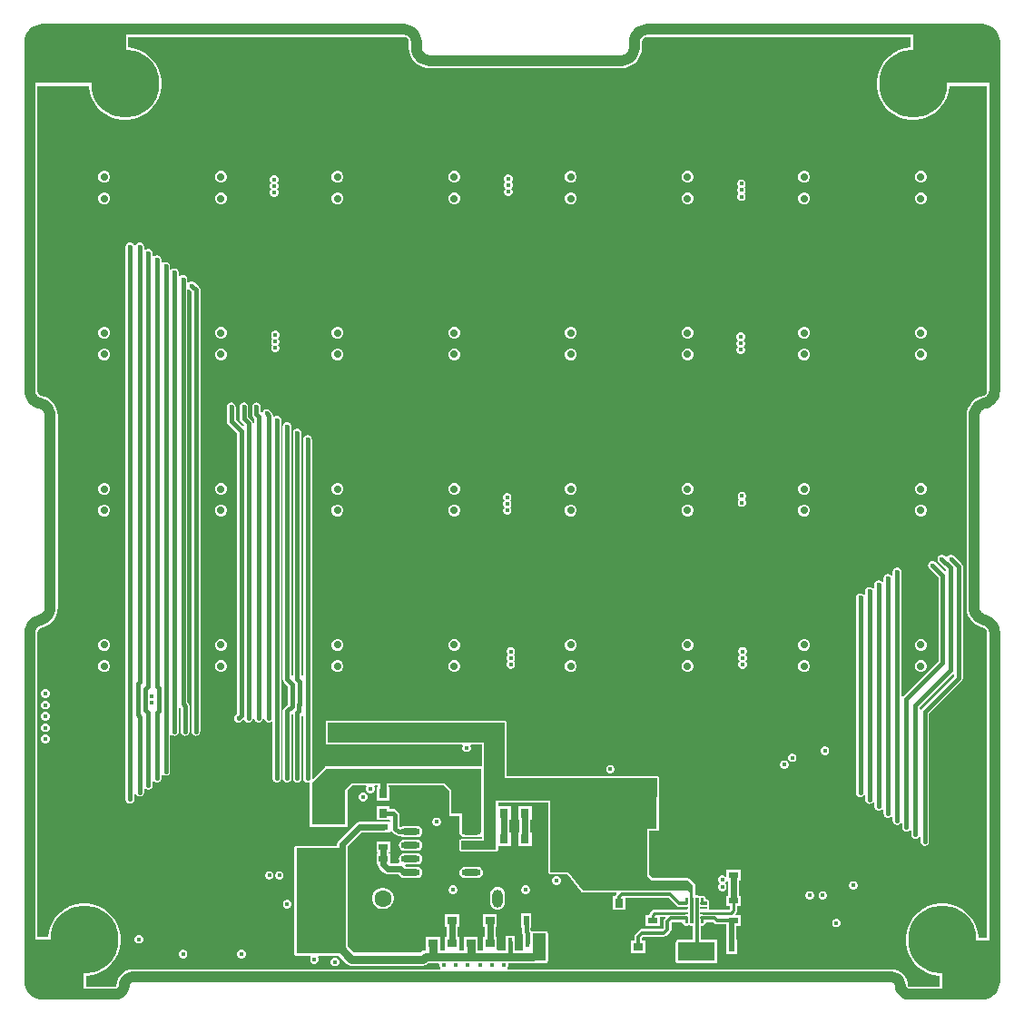
<source format=gbr>
G04*
G04 #@! TF.GenerationSoftware,Altium Limited,Altium Designer,24.1.2 (44)*
G04*
G04 Layer_Physical_Order=1*
G04 Layer_Color=255*
%FSLAX44Y44*%
%MOMM*%
G71*
G04*
G04 #@! TF.SameCoordinates,32799FE6-DD90-4EFC-9ADB-317E97FF397D*
G04*
G04*
G04 #@! TF.FilePolarity,Positive*
G04*
G01*
G75*
%ADD11C,0.6000*%
%ADD12C,0.2500*%
%ADD17C,1.0000*%
%ADD18R,3.2000X4.0000*%
%ADD19R,4.0000X3.2000*%
%ADD20R,2.2860X2.3000*%
%ADD21R,0.9000X0.6000*%
G04:AMPARAMS|DCode=22|XSize=0.6mm|YSize=0.25mm|CornerRadius=0.0463mm|HoleSize=0mm|Usage=FLASHONLY|Rotation=180.000|XOffset=0mm|YOffset=0mm|HoleType=Round|Shape=RoundedRectangle|*
%AMROUNDEDRECTD22*
21,1,0.6000,0.1575,0,0,180.0*
21,1,0.5075,0.2500,0,0,180.0*
1,1,0.0925,-0.2537,0.0788*
1,1,0.0925,0.2537,0.0788*
1,1,0.0925,0.2537,-0.0788*
1,1,0.0925,-0.2537,-0.0788*
%
%ADD22ROUNDEDRECTD22*%
%ADD23R,0.8000X0.9000*%
%ADD24R,0.6000X0.9000*%
%ADD25R,0.9000X0.8000*%
%ADD26R,2.3000X2.8000*%
%ADD27O,1.8000X0.6000*%
%ADD28R,0.4000X0.8500*%
%ADD29R,3.1500X3.3000*%
G04:AMPARAMS|DCode=47|XSize=0.3mm|YSize=2.4mm|CornerRadius=0.0555mm|HoleSize=0mm|Usage=FLASHONLY|Rotation=180.000|XOffset=0mm|YOffset=0mm|HoleType=Round|Shape=RoundedRectangle|*
%AMROUNDEDRECTD47*
21,1,0.3000,2.2890,0,0,180.0*
21,1,0.1890,2.4000,0,0,180.0*
1,1,0.1110,-0.0945,1.1445*
1,1,0.1110,0.0945,1.1445*
1,1,0.1110,0.0945,-1.1445*
1,1,0.1110,-0.0945,-1.1445*
%
%ADD47ROUNDEDRECTD47*%
G04:AMPARAMS|DCode=48|XSize=0.6mm|YSize=0.3mm|CornerRadius=0.0555mm|HoleSize=0mm|Usage=FLASHONLY|Rotation=180.000|XOffset=0mm|YOffset=0mm|HoleType=Round|Shape=RoundedRectangle|*
%AMROUNDEDRECTD48*
21,1,0.6000,0.1890,0,0,180.0*
21,1,0.4890,0.3000,0,0,180.0*
1,1,0.1110,-0.2445,0.0945*
1,1,0.1110,0.2445,0.0945*
1,1,0.1110,0.2445,-0.0945*
1,1,0.1110,-0.2445,-0.0945*
%
%ADD48ROUNDEDRECTD48*%
%ADD49C,0.4000*%
%ADD50C,0.3000*%
%ADD51C,0.5000*%
%ADD52C,0.8000*%
%ADD53R,4.8100X4.6900*%
%ADD54R,7.5100X4.6900*%
%ADD55R,8.6100X4.8600*%
%ADD56R,4.8300X4.9900*%
%ADD57R,3.4800X1.7800*%
%ADD58R,1.2100X2.5800*%
%ADD59C,1.6000*%
%ADD60O,0.9500X1.7000*%
%ADD61C,6.3500*%
%ADD62C,1.5240*%
%ADD63C,0.7000*%
%ADD64C,0.4000*%
%ADD65C,0.3500*%
G36*
X575900Y892940D02*
X821461D01*
Y882950D01*
X821144D01*
X815897Y882119D01*
X810844Y880477D01*
X806111Y878066D01*
X801813Y874943D01*
X798057Y871187D01*
X794934Y866889D01*
X792523Y862156D01*
X790881Y857103D01*
X790050Y851856D01*
Y846544D01*
X790881Y841297D01*
X792523Y836245D01*
X794934Y831511D01*
X798057Y827213D01*
X801813Y823457D01*
X806111Y820334D01*
X810844Y817923D01*
X815897Y816281D01*
X821144Y815450D01*
X826456D01*
X831703Y816281D01*
X836756Y817923D01*
X841489Y820334D01*
X845787Y823457D01*
X849543Y827213D01*
X852666Y831511D01*
X855077Y836245D01*
X856719Y841297D01*
X857550Y846544D01*
Y847261D01*
X892930D01*
Y562890D01*
X892941Y562803D01*
X892580Y560989D01*
X891503Y559377D01*
X890033Y558395D01*
X888836Y558090D01*
X888246Y557892D01*
X887629Y557636D01*
X885494Y556989D01*
X882193Y555224D01*
X879300Y552850D01*
X876926Y549957D01*
X875161Y546656D01*
X874075Y543075D01*
X873708Y539350D01*
X873740D01*
Y360650D01*
X873708D01*
X874075Y356925D01*
X875161Y353344D01*
X876926Y350043D01*
X879300Y347150D01*
X882193Y344776D01*
X885494Y343011D01*
X887706Y342340D01*
X887928Y342260D01*
X888246Y342128D01*
X888836Y341930D01*
X890033Y341625D01*
X891503Y340643D01*
X892580Y339031D01*
X892723Y338314D01*
X892930Y337130D01*
X892930Y337130D01*
X892940Y335864D01*
Y52939D01*
X884650D01*
Y53452D01*
X883819Y58699D01*
X882177Y63751D01*
X879766Y68484D01*
X876643Y72782D01*
X872887Y76539D01*
X868589Y79661D01*
X863856Y82073D01*
X858803Y83715D01*
X853556Y84545D01*
X848244D01*
X842997Y83715D01*
X837944Y82073D01*
X833211Y79661D01*
X828913Y76539D01*
X825157Y72782D01*
X822034Y68484D01*
X819623Y63751D01*
X817981Y58699D01*
X817150Y53452D01*
Y48139D01*
X817981Y42892D01*
X819623Y37840D01*
X822034Y33107D01*
X825157Y28809D01*
X828913Y25052D01*
X833211Y21930D01*
X837944Y19518D01*
X842997Y17877D01*
X848244Y17046D01*
X848661D01*
Y7060D01*
X820000D01*
X819990Y7059D01*
X819929Y7085D01*
X819073Y8000D01*
X818783Y10941D01*
X817925Y13768D01*
X816532Y16374D01*
X814658Y18658D01*
X812374Y20532D01*
X809768Y21925D01*
X806941Y22783D01*
X804000Y23073D01*
Y23060D01*
X804000Y23060D01*
X445713D01*
X445187Y24330D01*
X445491Y24634D01*
X446100Y26104D01*
Y27696D01*
X446004Y27926D01*
X446710Y28983D01*
X469100D01*
X469494Y29061D01*
X481300D01*
X482080Y29216D01*
X482742Y29658D01*
X483184Y30320D01*
X483339Y31100D01*
Y56900D01*
X483184Y57680D01*
X482742Y58342D01*
X482080Y58784D01*
X481300Y58939D01*
X469200D01*
X469146Y58928D01*
X467889Y58740D01*
X467005Y60063D01*
X467005Y60063D01*
X466978Y60089D01*
Y62308D01*
X467891D01*
Y75308D01*
X457891D01*
Y62308D01*
X458822D01*
Y58400D01*
X458822Y58400D01*
X459132Y56839D01*
X460016Y55516D01*
X460042Y55490D01*
Y48208D01*
X460121Y47814D01*
Y41958D01*
X459157Y41217D01*
X452199D01*
Y48208D01*
X452121Y48602D01*
Y54458D01*
X444121D01*
Y48602D01*
X444043Y48208D01*
Y41217D01*
X436827D01*
X435757Y41700D01*
X435757Y42488D01*
Y53700D01*
X434355D01*
Y62800D01*
X435757D01*
Y74800D01*
X422757D01*
Y62800D01*
X424159D01*
Y53700D01*
X422757D01*
X422757Y41700D01*
X421687Y41217D01*
X418827D01*
X417757Y41700D01*
Y53700D01*
X411848D01*
X411257Y53818D01*
X410666Y53700D01*
X404757D01*
Y41700D01*
X403687Y41217D01*
X401570D01*
X400500Y41700D01*
X400500Y42488D01*
Y53700D01*
X399098D01*
Y62800D01*
X400500D01*
Y74800D01*
X387500D01*
Y62800D01*
X388902D01*
Y53700D01*
X387500D01*
X387500Y41700D01*
X386430Y41217D01*
X383570D01*
X382500Y41700D01*
Y53700D01*
X376591D01*
X376000Y53818D01*
X375409Y53700D01*
X369500D01*
Y41700D01*
X368466Y41131D01*
X366559Y40752D01*
X364574Y39426D01*
X363866Y38718D01*
X302434D01*
X296639Y44512D01*
Y135286D01*
X296648Y135330D01*
Y137738D01*
X309604Y150694D01*
X329799D01*
X330291Y150792D01*
X336299D01*
Y152000D01*
X337569Y152386D01*
X338016Y151716D01*
X340886Y148846D01*
X340886Y148846D01*
X342209Y147962D01*
X343770Y147652D01*
X346354D01*
X347299Y147020D01*
X349250Y146632D01*
X361250D01*
X363201Y147020D01*
X364855Y148125D01*
X365960Y149779D01*
X366348Y151730D01*
X365960Y153681D01*
X364855Y155335D01*
X363201Y156440D01*
X361250Y156828D01*
X349250D01*
X347299Y156440D01*
X346354Y155808D01*
X345459D01*
X344978Y156289D01*
Y166572D01*
X344668Y168133D01*
X343784Y169456D01*
X343784Y169456D01*
X341441Y171800D01*
X340118Y172684D01*
X338557Y172994D01*
X338557Y172994D01*
X335800D01*
Y175380D01*
X323800D01*
Y162380D01*
X335348D01*
X335882Y161712D01*
X335532Y160792D01*
X330291D01*
X329799Y160890D01*
X307492D01*
X305541Y160502D01*
X303887Y159397D01*
X287945Y143455D01*
X286840Y141801D01*
X286452Y139850D01*
Y138439D01*
X248700D01*
X247920Y138284D01*
X247258Y137842D01*
X246816Y137180D01*
X246661Y136400D01*
Y37900D01*
X246816Y37120D01*
X247258Y36458D01*
X247920Y36016D01*
X248700Y35861D01*
X261531D01*
X262031Y34591D01*
X261500Y33310D01*
Y31718D01*
X262109Y30248D01*
X263234Y29123D01*
X264704Y28514D01*
X266296D01*
X267766Y29123D01*
X268891Y30248D01*
X269500Y31718D01*
Y33310D01*
X268969Y34591D01*
X269469Y35861D01*
X287988D01*
X295574Y28274D01*
X297559Y26948D01*
X299900Y26483D01*
X366400D01*
X368741Y26948D01*
X370726Y28274D01*
X371434Y28983D01*
X381490D01*
X382196Y27926D01*
X382100Y27696D01*
Y26104D01*
X382709Y24634D01*
X383013Y24330D01*
X382487Y23060D01*
X96000D01*
X96000Y23060D01*
Y23073D01*
X93060Y22783D01*
X90232Y21925D01*
X87626Y20532D01*
X85342Y18658D01*
X83468Y16374D01*
X82075Y13768D01*
X81217Y10941D01*
X80927Y8000D01*
X80071Y7085D01*
X80010Y7059D01*
X80000Y7060D01*
X52639D01*
Y17046D01*
X53456D01*
X58703Y17877D01*
X63755Y19518D01*
X68489Y21930D01*
X72787Y25052D01*
X76543Y28809D01*
X79666Y33107D01*
X82077Y37840D01*
X83719Y42892D01*
X84550Y48139D01*
Y53452D01*
X83719Y58699D01*
X82077Y63751D01*
X79666Y68484D01*
X76543Y72782D01*
X72787Y76539D01*
X68489Y79661D01*
X63755Y82073D01*
X58703Y83715D01*
X53456Y84545D01*
X48144D01*
X42897Y83715D01*
X37845Y82073D01*
X33111Y79661D01*
X28813Y76539D01*
X25057Y72782D01*
X21934Y68484D01*
X19523Y63751D01*
X17881Y58699D01*
X17111Y53839D01*
X7060D01*
Y337150D01*
X7049Y337237D01*
X7410Y339051D01*
X8487Y340663D01*
X9956Y341645D01*
X11154Y341950D01*
X11744Y342148D01*
X11800Y342171D01*
X12296Y342341D01*
X14506Y343011D01*
X17807Y344776D01*
X20700Y347150D01*
X23074Y350043D01*
X24839Y353344D01*
X25925Y356925D01*
X26292Y360650D01*
X26260D01*
Y539350D01*
X26292D01*
X25925Y543075D01*
X24839Y546656D01*
X23074Y549957D01*
X20700Y552850D01*
X17807Y555224D01*
X14506Y556989D01*
X12287Y557662D01*
X11767Y557839D01*
X11734Y557852D01*
X11144Y558050D01*
X9947Y558355D01*
X8477Y559337D01*
X7400Y560949D01*
X7044Y562736D01*
X7060Y562860D01*
Y847261D01*
X55150D01*
Y846544D01*
X55981Y841297D01*
X57623Y836245D01*
X60034Y831511D01*
X63157Y827213D01*
X66913Y823457D01*
X71211Y820334D01*
X75944Y817923D01*
X80997Y816281D01*
X86244Y815450D01*
X91556D01*
X96803Y816281D01*
X101855Y817923D01*
X106589Y820334D01*
X110887Y823457D01*
X114643Y827213D01*
X117766Y831511D01*
X120177Y836245D01*
X121819Y841297D01*
X122650Y846544D01*
Y851856D01*
X121819Y857103D01*
X120177Y862156D01*
X117766Y866889D01*
X114643Y871187D01*
X110887Y874943D01*
X106589Y878066D01*
X101855Y880477D01*
X96803Y882119D01*
X91556Y882950D01*
X91539D01*
Y892940D01*
X348700D01*
X348787Y892951D01*
X350601Y892590D01*
X352213Y891513D01*
X353290Y889901D01*
X353651Y888087D01*
X353640Y888000D01*
Y882700D01*
X353608D01*
X353975Y878975D01*
X355061Y875394D01*
X356826Y872093D01*
X359200Y869200D01*
X362093Y866826D01*
X365394Y865061D01*
X368975Y863975D01*
X372700Y863608D01*
Y863640D01*
X551900D01*
Y863608D01*
X555625Y863975D01*
X559206Y865061D01*
X562507Y866826D01*
X565400Y869200D01*
X567774Y872093D01*
X569539Y875394D01*
X570625Y878975D01*
X570992Y882700D01*
X570960D01*
X570960Y882700D01*
Y886736D01*
X570960Y886763D01*
X570960Y888000D01*
X571167Y889184D01*
X571310Y889901D01*
X572387Y891513D01*
X573999Y892590D01*
X575813Y892951D01*
X575900Y892940D01*
D02*
G37*
G36*
X294600Y37900D02*
X248700D01*
Y136400D01*
X294600D01*
Y37900D01*
D02*
G37*
%LPC*%
G36*
X832255Y767779D02*
X830068D01*
X828046Y766941D01*
X826499Y765394D01*
X825661Y763373D01*
Y761185D01*
X826499Y759163D01*
X828046Y757616D01*
X830068Y756779D01*
X832255D01*
X834277Y757616D01*
X835824Y759163D01*
X836662Y761185D01*
Y763373D01*
X835824Y765394D01*
X834277Y766941D01*
X832255Y767779D01*
D02*
G37*
G36*
X723456D02*
X721267D01*
X719246Y766941D01*
X717699Y765394D01*
X716861Y763373D01*
Y761185D01*
X717699Y759163D01*
X719246Y757616D01*
X721267Y756779D01*
X723456D01*
X725477Y757616D01*
X727024Y759163D01*
X727861Y761185D01*
Y763373D01*
X727024Y765394D01*
X725477Y766941D01*
X723456Y767779D01*
D02*
G37*
G36*
X614655D02*
X612467D01*
X610446Y766941D01*
X608899Y765394D01*
X608061Y763373D01*
Y761185D01*
X608899Y759163D01*
X610446Y757616D01*
X612467Y756779D01*
X614655D01*
X616677Y757616D01*
X618224Y759163D01*
X619062Y761185D01*
Y763373D01*
X618224Y765394D01*
X616677Y766941D01*
X614655Y767779D01*
D02*
G37*
G36*
X505855D02*
X503667D01*
X501646Y766941D01*
X500099Y765394D01*
X499262Y763373D01*
Y761185D01*
X500099Y759163D01*
X501646Y757616D01*
X503667Y756779D01*
X505855D01*
X507877Y757616D01*
X509424Y759163D01*
X510261Y761185D01*
Y763373D01*
X509424Y765394D01*
X507877Y766941D01*
X505855Y767779D01*
D02*
G37*
G36*
X397056D02*
X394868D01*
X392846Y766941D01*
X391299Y765394D01*
X390462Y763373D01*
Y761185D01*
X391299Y759163D01*
X392846Y757616D01*
X394868Y756779D01*
X397056D01*
X399077Y757616D01*
X400624Y759163D01*
X401461Y761185D01*
Y763373D01*
X400624Y765394D01*
X399077Y766941D01*
X397056Y767779D01*
D02*
G37*
G36*
X288256D02*
X286068D01*
X284046Y766941D01*
X282499Y765394D01*
X281662Y763373D01*
Y761185D01*
X282499Y759163D01*
X284046Y757616D01*
X286068Y756779D01*
X288256D01*
X290277Y757616D01*
X291824Y759163D01*
X292661Y761185D01*
Y763373D01*
X291824Y765394D01*
X290277Y766941D01*
X288256Y767779D01*
D02*
G37*
G36*
X179456D02*
X177268D01*
X175246Y766941D01*
X173699Y765394D01*
X172862Y763373D01*
Y761185D01*
X173699Y759163D01*
X175246Y757616D01*
X177268Y756779D01*
X179456D01*
X181477Y757616D01*
X183024Y759163D01*
X183862Y761185D01*
Y763373D01*
X183024Y765394D01*
X181477Y766941D01*
X179456Y767779D01*
D02*
G37*
G36*
X70656D02*
X68468D01*
X66446Y766941D01*
X64899Y765394D01*
X64062Y763373D01*
Y761185D01*
X64899Y759163D01*
X66446Y757616D01*
X68468Y756779D01*
X70656D01*
X72677Y757616D01*
X74224Y759163D01*
X75062Y761185D01*
Y763373D01*
X74224Y765394D01*
X72677Y766941D01*
X70656Y767779D01*
D02*
G37*
G36*
X446996Y764550D02*
X445404D01*
X443934Y763941D01*
X442809Y762816D01*
X442200Y761346D01*
Y759754D01*
X442809Y758284D01*
X443568Y757525D01*
X442809Y756766D01*
X442200Y755296D01*
Y753704D01*
X442809Y752234D01*
X443568Y751475D01*
X442809Y750716D01*
X442200Y749246D01*
Y747654D01*
X442809Y746184D01*
X443934Y745059D01*
X445404Y744450D01*
X446996D01*
X448466Y745059D01*
X449591Y746184D01*
X450200Y747654D01*
Y749246D01*
X449591Y750716D01*
X448832Y751475D01*
X449591Y752234D01*
X450200Y753704D01*
Y755296D01*
X449591Y756766D01*
X448832Y757525D01*
X449591Y758284D01*
X450200Y759754D01*
Y761346D01*
X449591Y762816D01*
X448466Y763941D01*
X446996Y764550D01*
D02*
G37*
G36*
X228596Y763950D02*
X227004D01*
X225534Y763341D01*
X224409Y762216D01*
X223800Y760746D01*
Y759154D01*
X224409Y757684D01*
X225168Y756925D01*
X224409Y756166D01*
X223800Y754696D01*
Y753104D01*
X224409Y751634D01*
X225168Y750875D01*
X224409Y750116D01*
X223800Y748646D01*
Y747054D01*
X224409Y745584D01*
X225534Y744459D01*
X227004Y743850D01*
X228596D01*
X230066Y744459D01*
X231191Y745584D01*
X231800Y747054D01*
Y748646D01*
X231191Y750116D01*
X230432Y750875D01*
X231191Y751634D01*
X231800Y753104D01*
Y754696D01*
X231191Y756166D01*
X230432Y756925D01*
X231191Y757684D01*
X231800Y759154D01*
Y760746D01*
X231191Y762216D01*
X230066Y763341D01*
X228596Y763950D01*
D02*
G37*
G36*
X664396Y760000D02*
X662804D01*
X661334Y759391D01*
X660209Y758266D01*
X659600Y756796D01*
Y755204D01*
X660209Y753734D01*
X660968Y752975D01*
X660209Y752216D01*
X659600Y750746D01*
Y749154D01*
X660209Y747684D01*
X660968Y746925D01*
X660209Y746166D01*
X659600Y744696D01*
Y743104D01*
X660209Y741634D01*
X661334Y740509D01*
X662804Y739900D01*
X664396D01*
X665866Y740509D01*
X666991Y741634D01*
X667600Y743104D01*
Y744696D01*
X666991Y746166D01*
X666232Y746925D01*
X666991Y747684D01*
X667600Y749154D01*
Y750746D01*
X666991Y752216D01*
X666232Y752975D01*
X666991Y753734D01*
X667600Y755204D01*
Y756796D01*
X666991Y758266D01*
X665866Y759391D01*
X664396Y760000D01*
D02*
G37*
G36*
X179456Y747780D02*
X177268D01*
X175246Y746943D01*
X173699Y745396D01*
X172862Y743374D01*
Y741186D01*
X173699Y739165D01*
X175246Y737617D01*
X177268Y736780D01*
X179456D01*
X181477Y737617D01*
X183024Y739165D01*
X183862Y741186D01*
Y743374D01*
X183024Y745396D01*
X181477Y746943D01*
X179456Y747780D01*
D02*
G37*
G36*
X832255Y747778D02*
X830068D01*
X828046Y746941D01*
X826499Y745394D01*
X825661Y743373D01*
Y741184D01*
X826499Y739163D01*
X828046Y737616D01*
X830068Y736779D01*
X832255D01*
X834277Y737616D01*
X835824Y739163D01*
X836662Y741184D01*
Y743373D01*
X835824Y745394D01*
X834277Y746941D01*
X832255Y747778D01*
D02*
G37*
G36*
X723456D02*
X721267D01*
X719246Y746941D01*
X717699Y745394D01*
X716861Y743373D01*
Y741184D01*
X717699Y739163D01*
X719246Y737616D01*
X721267Y736779D01*
X723456D01*
X725477Y737616D01*
X727024Y739163D01*
X727861Y741184D01*
Y743373D01*
X727024Y745394D01*
X725477Y746941D01*
X723456Y747778D01*
D02*
G37*
G36*
X614655D02*
X612467D01*
X610446Y746941D01*
X608899Y745394D01*
X608061Y743373D01*
Y741184D01*
X608899Y739163D01*
X610446Y737616D01*
X612467Y736779D01*
X614655D01*
X616677Y737616D01*
X618224Y739163D01*
X619062Y741184D01*
Y743373D01*
X618224Y745394D01*
X616677Y746941D01*
X614655Y747778D01*
D02*
G37*
G36*
X505855D02*
X503667D01*
X501646Y746941D01*
X500099Y745394D01*
X499262Y743373D01*
Y741184D01*
X500099Y739163D01*
X501646Y737616D01*
X503667Y736779D01*
X505855D01*
X507877Y737616D01*
X509424Y739163D01*
X510261Y741184D01*
Y743373D01*
X509424Y745394D01*
X507877Y746941D01*
X505855Y747778D01*
D02*
G37*
G36*
X397056D02*
X394868D01*
X392846Y746941D01*
X391299Y745394D01*
X390462Y743373D01*
Y741184D01*
X391299Y739163D01*
X392846Y737616D01*
X394868Y736779D01*
X397056D01*
X399077Y737616D01*
X400624Y739163D01*
X401461Y741184D01*
Y743373D01*
X400624Y745394D01*
X399077Y746941D01*
X397056Y747778D01*
D02*
G37*
G36*
X288256D02*
X286068D01*
X284046Y746941D01*
X282499Y745394D01*
X281662Y743373D01*
Y741184D01*
X282499Y739163D01*
X284046Y737616D01*
X286068Y736779D01*
X288256D01*
X290277Y737616D01*
X291824Y739163D01*
X292661Y741184D01*
Y743373D01*
X291824Y745394D01*
X290277Y746941D01*
X288256Y747778D01*
D02*
G37*
G36*
X70656D02*
X68468D01*
X66446Y746941D01*
X64899Y745394D01*
X64062Y743373D01*
Y741184D01*
X64899Y739163D01*
X66446Y737616D01*
X68468Y736779D01*
X70656D01*
X72677Y737616D01*
X74224Y739163D01*
X75062Y741184D01*
Y743373D01*
X74224Y745394D01*
X72677Y746941D01*
X70656Y747778D01*
D02*
G37*
G36*
X102580Y701178D02*
X102186Y701100D01*
X101784D01*
X101413Y700946D01*
X101019Y700868D01*
X100685Y700645D01*
X100314Y700491D01*
X100030Y700207D01*
X99696Y699984D01*
X99473Y699650D01*
X99189Y699366D01*
X99035Y698995D01*
X98812Y698661D01*
X98734Y698267D01*
X98580Y697896D01*
X97400D01*
X97246Y698267D01*
X97168Y698661D01*
X96945Y698995D01*
X96791Y699366D01*
X96507Y699650D01*
X96284Y699984D01*
X95950Y700207D01*
X95666Y700491D01*
X95295Y700645D01*
X94961Y700868D01*
X94567Y700946D01*
X94196Y701100D01*
X93794D01*
X93400Y701178D01*
X93006Y701100D01*
X92604D01*
X92233Y700946D01*
X91839Y700868D01*
X91505Y700645D01*
X91134Y700491D01*
X90850Y700207D01*
X90516Y699984D01*
X90293Y699650D01*
X90009Y699366D01*
X89855Y698995D01*
X89632Y698661D01*
X89554Y698267D01*
X89400Y697896D01*
Y697494D01*
X89322Y697100D01*
X89322Y181950D01*
X89400Y181556D01*
Y181154D01*
X89554Y180783D01*
X89632Y180389D01*
X89855Y180055D01*
X90009Y179684D01*
X90293Y179400D01*
X90516Y179066D01*
X90850Y178843D01*
X91134Y178559D01*
X91505Y178405D01*
X91839Y178182D01*
X92233Y178104D01*
X92604Y177950D01*
X93006D01*
X93400Y177872D01*
X93794Y177950D01*
X94196D01*
X94567Y178104D01*
X94961Y178182D01*
X95295Y178405D01*
X95666Y178559D01*
X95950Y178843D01*
X96284Y179066D01*
X96507Y179400D01*
X96791Y179684D01*
X96945Y180055D01*
X97168Y180389D01*
X97246Y180783D01*
X97400Y181154D01*
Y181556D01*
X97478Y181950D01*
Y186379D01*
X98748Y186930D01*
X98812Y186889D01*
X99035Y186555D01*
X99189Y186184D01*
X99473Y185900D01*
X99696Y185566D01*
X100030Y185343D01*
X100314Y185059D01*
X100685Y184905D01*
X101019Y184682D01*
X101413Y184604D01*
X101784Y184450D01*
X102186D01*
X102580Y184372D01*
X102974Y184450D01*
X103376D01*
X103747Y184604D01*
X104141Y184682D01*
X104475Y184905D01*
X104846Y185059D01*
X105130Y185343D01*
X105464Y185566D01*
X105687Y185900D01*
X105971Y186184D01*
X106125Y186555D01*
X106348Y186889D01*
X106426Y187283D01*
X106580Y187654D01*
Y188056D01*
X106658Y188450D01*
Y191438D01*
X107249Y191773D01*
X107928Y191958D01*
X108100Y191843D01*
X108384Y191559D01*
X108755Y191405D01*
X109089Y191182D01*
X109483Y191104D01*
X109854Y190950D01*
X110256D01*
X110650Y190872D01*
X111044Y190950D01*
X111446D01*
X111817Y191104D01*
X112211Y191182D01*
X112545Y191405D01*
X112916Y191559D01*
X113200Y191843D01*
X113534Y192066D01*
X113757Y192400D01*
X114041Y192684D01*
X114195Y193055D01*
X114418Y193389D01*
X114496Y193783D01*
X114650Y194154D01*
Y194556D01*
X114728Y194950D01*
Y197938D01*
X115319Y198273D01*
X115998Y198458D01*
X116170Y198343D01*
X116454Y198059D01*
X116825Y197905D01*
X117159Y197682D01*
X117553Y197604D01*
X117924Y197450D01*
X118326D01*
X118720Y197372D01*
X119114Y197450D01*
X119516D01*
X119887Y197604D01*
X120281Y197682D01*
X120615Y197905D01*
X120986Y198059D01*
X121270Y198343D01*
X121604Y198566D01*
X121827Y198900D01*
X122111Y199184D01*
X122265Y199555D01*
X122488Y199889D01*
X122566Y200283D01*
X122720Y200654D01*
Y201056D01*
X122798Y201450D01*
Y204438D01*
X123389Y204773D01*
X124068Y204958D01*
X124240Y204843D01*
X124524Y204559D01*
X124895Y204405D01*
X125229Y204182D01*
X125623Y204104D01*
X125994Y203950D01*
X126396D01*
X126790Y203871D01*
X127184Y203950D01*
X127586D01*
X127957Y204104D01*
X128351Y204182D01*
X128685Y204405D01*
X129056Y204559D01*
X129340Y204843D01*
X129674Y205066D01*
X129897Y205400D01*
X130181Y205684D01*
X130335Y206055D01*
X130558Y206389D01*
X130636Y206783D01*
X130790Y207154D01*
Y207556D01*
X130868Y207950D01*
Y241588D01*
X131459Y241923D01*
X132138Y242108D01*
X132310Y241993D01*
X132594Y241709D01*
X132965Y241555D01*
X133299Y241332D01*
X133693Y241254D01*
X134064Y241100D01*
X134466D01*
X134860Y241022D01*
X135254Y241100D01*
X135656D01*
X136027Y241254D01*
X136421Y241332D01*
X136755Y241555D01*
X137126Y241709D01*
X137410Y241993D01*
X137744Y242216D01*
X137967Y242550D01*
X138251Y242834D01*
X138405Y243205D01*
X138628Y243539D01*
X138706Y243933D01*
X138860Y244304D01*
Y244706D01*
X138938Y245100D01*
Y266613D01*
X140208Y267189D01*
X140775Y266693D01*
Y245100D01*
X140853Y244706D01*
Y244304D01*
X141007Y243933D01*
X141085Y243539D01*
X141308Y243205D01*
X141462Y242834D01*
X141746Y242550D01*
X141969Y242216D01*
X142303Y241993D01*
X142587Y241709D01*
X142958Y241555D01*
X143292Y241332D01*
X143686Y241254D01*
X144057Y241100D01*
X144459D01*
X144853Y241022D01*
X145247Y241100D01*
X145649D01*
X146020Y241254D01*
X146414Y241332D01*
X146748Y241555D01*
X147119Y241709D01*
X147403Y241993D01*
X147737Y242216D01*
X147960Y242550D01*
X148244Y242834D01*
X148398Y243205D01*
X148621Y243539D01*
X148699Y243933D01*
X148853Y244304D01*
Y244706D01*
X148931Y245100D01*
Y268847D01*
X148932Y268847D01*
X148621Y270408D01*
X147737Y271731D01*
X147008Y272460D01*
X147008Y657388D01*
X147620Y657735D01*
X148278Y657854D01*
X150768Y655364D01*
Y245100D01*
X150846Y244706D01*
Y244304D01*
X151000Y243933D01*
X151078Y243539D01*
X151301Y243205D01*
X151455Y242834D01*
X151739Y242550D01*
X151962Y242216D01*
X152296Y241993D01*
X152580Y241709D01*
X152951Y241555D01*
X153286Y241332D01*
X153679Y241254D01*
X154051Y241100D01*
X154452D01*
X154846Y241022D01*
X155240Y241100D01*
X155642D01*
X156013Y241254D01*
X156407Y241332D01*
X156741Y241555D01*
X157112Y241709D01*
X157396Y241993D01*
X157730Y242216D01*
X157953Y242550D01*
X158237Y242834D01*
X158391Y243205D01*
X158614Y243539D01*
X158693Y243933D01*
X158846Y244304D01*
Y244706D01*
X158925Y245100D01*
Y657054D01*
X158925Y657054D01*
X158614Y658614D01*
X157730Y659938D01*
X157730Y659938D01*
X153884Y663784D01*
X153550Y664007D01*
X153266Y664291D01*
X152895Y664445D01*
X152561Y664668D01*
X152167Y664746D01*
X151796Y664900D01*
X151394D01*
X151000Y664978D01*
X150606Y664900D01*
X150204D01*
X149833Y664746D01*
X149439Y664668D01*
X149105Y664445D01*
X148734Y664291D01*
X148450Y664007D01*
X148278Y663892D01*
X147599Y664077D01*
X147008Y664412D01*
Y666933D01*
X146930Y667327D01*
Y667729D01*
X146776Y668100D01*
X146698Y668494D01*
X146475Y668828D01*
X146321Y669199D01*
X146037Y669483D01*
X145814Y669817D01*
X145480Y670040D01*
X145196Y670324D01*
X144825Y670478D01*
X144491Y670701D01*
X144097Y670780D01*
X143726Y670933D01*
X143324D01*
X142930Y671012D01*
X142536Y670933D01*
X142134D01*
X141763Y670780D01*
X141369Y670701D01*
X141035Y670478D01*
X140664Y670324D01*
X140380Y670040D01*
X140208Y669926D01*
X139529Y670110D01*
X138938Y670445D01*
Y672967D01*
X138860Y673361D01*
Y673762D01*
X138706Y674133D01*
X138628Y674527D01*
X138405Y674861D01*
X138251Y675232D01*
X137967Y675516D01*
X137744Y675851D01*
X137410Y676074D01*
X137126Y676358D01*
X136755Y676511D01*
X136421Y676734D01*
X136027Y676813D01*
X135656Y676967D01*
X135254D01*
X134860Y677045D01*
X134466Y676967D01*
X134064D01*
X133693Y676813D01*
X133299Y676734D01*
X132965Y676511D01*
X132594Y676358D01*
X132310Y676074D01*
X132138Y675959D01*
X131459Y676144D01*
X130868Y676479D01*
Y679000D01*
X130790Y679394D01*
Y679796D01*
X130636Y680167D01*
X130558Y680561D01*
X130335Y680895D01*
X130181Y681266D01*
X129897Y681550D01*
X129674Y681884D01*
X129340Y682107D01*
X129056Y682391D01*
X128685Y682545D01*
X128351Y682768D01*
X127957Y682846D01*
X127586Y683000D01*
X127184D01*
X126790Y683078D01*
X126396Y683000D01*
X125994D01*
X125623Y682846D01*
X125229Y682768D01*
X124895Y682545D01*
X124524Y682391D01*
X124240Y682107D01*
X124068Y681992D01*
X123389Y682177D01*
X122798Y682512D01*
Y685033D01*
X122720Y685427D01*
Y685829D01*
X122566Y686200D01*
X122488Y686594D01*
X122265Y686928D01*
X122111Y687299D01*
X121827Y687583D01*
X121604Y687917D01*
X121270Y688140D01*
X120986Y688424D01*
X120615Y688578D01*
X120281Y688801D01*
X119887Y688879D01*
X119516Y689033D01*
X119114D01*
X118720Y689112D01*
X118326Y689033D01*
X117924D01*
X117553Y688879D01*
X117159Y688801D01*
X116825Y688578D01*
X116454Y688424D01*
X116170Y688140D01*
X115998Y688026D01*
X115319Y688210D01*
X114728Y688545D01*
Y691067D01*
X114650Y691460D01*
Y691862D01*
X114496Y692233D01*
X114418Y692627D01*
X114195Y692961D01*
X114041Y693332D01*
X113757Y693616D01*
X113534Y693950D01*
X113200Y694174D01*
X112916Y694458D01*
X112545Y694611D01*
X112211Y694835D01*
X111817Y694913D01*
X111446Y695067D01*
X111044D01*
X110650Y695145D01*
X110256Y695067D01*
X109854D01*
X109483Y694913D01*
X109089Y694835D01*
X108755Y694611D01*
X108384Y694458D01*
X108100Y694174D01*
X107928Y694059D01*
X107249Y694244D01*
X106658Y694578D01*
Y697100D01*
X106580Y697494D01*
Y697896D01*
X106426Y698267D01*
X106348Y698661D01*
X106125Y698995D01*
X105971Y699366D01*
X105687Y699650D01*
X105464Y699984D01*
X105130Y700207D01*
X104846Y700491D01*
X104475Y700645D01*
X104141Y700868D01*
X103747Y700946D01*
X103376Y701100D01*
X102974D01*
X102580Y701178D01*
D02*
G37*
G36*
X832255Y622312D02*
X830068D01*
X828046Y621475D01*
X826499Y619927D01*
X825661Y617906D01*
Y615718D01*
X826499Y613696D01*
X828046Y612149D01*
X830068Y611312D01*
X832255D01*
X834277Y612149D01*
X835824Y613696D01*
X836662Y615718D01*
Y617906D01*
X835824Y619927D01*
X834277Y621475D01*
X832255Y622312D01*
D02*
G37*
G36*
X723456D02*
X721267D01*
X719246Y621475D01*
X717699Y619927D01*
X716861Y617906D01*
Y615718D01*
X717699Y613696D01*
X719246Y612149D01*
X721267Y611312D01*
X723456D01*
X725477Y612149D01*
X727024Y613696D01*
X727861Y615718D01*
Y617906D01*
X727024Y619927D01*
X725477Y621475D01*
X723456Y622312D01*
D02*
G37*
G36*
X614655D02*
X612467D01*
X610446Y621475D01*
X608899Y619927D01*
X608061Y617906D01*
Y615718D01*
X608899Y613696D01*
X610446Y612149D01*
X612467Y611312D01*
X614655D01*
X616677Y612149D01*
X618224Y613696D01*
X619062Y615718D01*
Y617906D01*
X618224Y619927D01*
X616677Y621475D01*
X614655Y622312D01*
D02*
G37*
G36*
X505855D02*
X503667D01*
X501646Y621475D01*
X500099Y619927D01*
X499262Y617906D01*
Y615718D01*
X500099Y613696D01*
X501646Y612149D01*
X503667Y611312D01*
X505855D01*
X507877Y612149D01*
X509424Y613696D01*
X510261Y615718D01*
Y617906D01*
X509424Y619927D01*
X507877Y621475D01*
X505855Y622312D01*
D02*
G37*
G36*
X397056D02*
X394868D01*
X392846Y621475D01*
X391299Y619927D01*
X390462Y617906D01*
Y615718D01*
X391299Y613696D01*
X392846Y612149D01*
X394868Y611312D01*
X397056D01*
X399077Y612149D01*
X400624Y613696D01*
X401461Y615718D01*
Y617906D01*
X400624Y619927D01*
X399077Y621475D01*
X397056Y622312D01*
D02*
G37*
G36*
X288256D02*
X286068D01*
X284046Y621475D01*
X282499Y619927D01*
X281662Y617906D01*
Y615718D01*
X282499Y613696D01*
X284046Y612149D01*
X286068Y611312D01*
X288256D01*
X290277Y612149D01*
X291824Y613696D01*
X292661Y615718D01*
Y617906D01*
X291824Y619927D01*
X290277Y621475D01*
X288256Y622312D01*
D02*
G37*
G36*
X179456D02*
X177268D01*
X175246Y621475D01*
X173699Y619927D01*
X172862Y617906D01*
Y615718D01*
X173699Y613696D01*
X175246Y612149D01*
X177268Y611312D01*
X179456D01*
X181477Y612149D01*
X183024Y613696D01*
X183862Y615718D01*
Y617906D01*
X183024Y619927D01*
X181477Y621475D01*
X179456Y622312D01*
D02*
G37*
G36*
X70656D02*
X68468D01*
X66446Y621475D01*
X64899Y619927D01*
X64062Y617906D01*
Y615718D01*
X64899Y613696D01*
X66446Y612149D01*
X68468Y611312D01*
X70656D01*
X72677Y612149D01*
X74224Y613696D01*
X75062Y615718D01*
Y617906D01*
X74224Y619927D01*
X72677Y621475D01*
X70656Y622312D01*
D02*
G37*
G36*
X229794Y618775D02*
X228202D01*
X226732Y618166D01*
X225607Y617041D01*
X224998Y615570D01*
Y613979D01*
X225607Y612509D01*
X226366Y611750D01*
X225607Y610991D01*
X224998Y609520D01*
Y607929D01*
X225607Y606459D01*
X226366Y605700D01*
X225607Y604941D01*
X224998Y603470D01*
Y601879D01*
X225607Y600409D01*
X226732Y599284D01*
X228202Y598675D01*
X229794D01*
X231264Y599284D01*
X232389Y600409D01*
X232998Y601879D01*
Y603470D01*
X232389Y604941D01*
X231630Y605700D01*
X232389Y606459D01*
X232998Y607929D01*
Y609520D01*
X232389Y610991D01*
X231630Y611750D01*
X232389Y612509D01*
X232998Y613979D01*
Y615570D01*
X232389Y617041D01*
X231264Y618166D01*
X229794Y618775D01*
D02*
G37*
G36*
X663896Y617050D02*
X662304D01*
X660834Y616441D01*
X659709Y615316D01*
X659100Y613846D01*
Y612254D01*
X659709Y610784D01*
X660468Y610025D01*
X659709Y609266D01*
X659100Y607796D01*
Y606204D01*
X659709Y604734D01*
X660468Y603975D01*
X659709Y603216D01*
X659100Y601746D01*
Y600154D01*
X659709Y598684D01*
X660834Y597559D01*
X662304Y596950D01*
X663896D01*
X665366Y597559D01*
X666491Y598684D01*
X667100Y600154D01*
Y601746D01*
X666491Y603216D01*
X665732Y603975D01*
X666491Y604734D01*
X667100Y606204D01*
Y607796D01*
X666491Y609266D01*
X665732Y610025D01*
X666491Y610784D01*
X667100Y612254D01*
Y613846D01*
X666491Y615316D01*
X665366Y616441D01*
X663896Y617050D01*
D02*
G37*
G36*
X832255Y602312D02*
X830068D01*
X828046Y601474D01*
X826499Y599927D01*
X825661Y597906D01*
Y595718D01*
X826499Y593696D01*
X828046Y592149D01*
X830068Y591312D01*
X832255D01*
X834277Y592149D01*
X835824Y593696D01*
X836662Y595718D01*
Y597906D01*
X835824Y599927D01*
X834277Y601474D01*
X832255Y602312D01*
D02*
G37*
G36*
X723456D02*
X721267D01*
X719246Y601474D01*
X717699Y599927D01*
X716861Y597906D01*
Y595718D01*
X717699Y593696D01*
X719246Y592149D01*
X721267Y591312D01*
X723456D01*
X725477Y592149D01*
X727024Y593696D01*
X727861Y595718D01*
Y597906D01*
X727024Y599927D01*
X725477Y601474D01*
X723456Y602312D01*
D02*
G37*
G36*
X614655D02*
X612467D01*
X610446Y601474D01*
X608899Y599927D01*
X608061Y597906D01*
Y595718D01*
X608899Y593696D01*
X610446Y592149D01*
X612467Y591312D01*
X614655D01*
X616677Y592149D01*
X618224Y593696D01*
X619062Y595718D01*
Y597906D01*
X618224Y599927D01*
X616677Y601474D01*
X614655Y602312D01*
D02*
G37*
G36*
X505855D02*
X503667D01*
X501646Y601474D01*
X500099Y599927D01*
X499262Y597906D01*
Y595718D01*
X500099Y593696D01*
X501646Y592149D01*
X503667Y591312D01*
X505855D01*
X507877Y592149D01*
X509424Y593696D01*
X510261Y595718D01*
Y597906D01*
X509424Y599927D01*
X507877Y601474D01*
X505855Y602312D01*
D02*
G37*
G36*
X397056D02*
X394868D01*
X392846Y601474D01*
X391299Y599927D01*
X390462Y597906D01*
Y595718D01*
X391299Y593696D01*
X392846Y592149D01*
X394868Y591312D01*
X397056D01*
X399077Y592149D01*
X400624Y593696D01*
X401461Y595718D01*
Y597906D01*
X400624Y599927D01*
X399077Y601474D01*
X397056Y602312D01*
D02*
G37*
G36*
X288256D02*
X286068D01*
X284046Y601474D01*
X282499Y599927D01*
X281662Y597906D01*
Y595718D01*
X282499Y593696D01*
X284046Y592149D01*
X286068Y591312D01*
X288256D01*
X290277Y592149D01*
X291824Y593696D01*
X292661Y595718D01*
Y597906D01*
X291824Y599927D01*
X290277Y601474D01*
X288256Y602312D01*
D02*
G37*
G36*
X179456D02*
X177268D01*
X175246Y601474D01*
X173699Y599927D01*
X172862Y597906D01*
Y595718D01*
X173699Y593696D01*
X175246Y592149D01*
X177268Y591312D01*
X179456D01*
X181477Y592149D01*
X183024Y593696D01*
X183862Y595718D01*
Y597906D01*
X183024Y599927D01*
X181477Y601474D01*
X179456Y602312D01*
D02*
G37*
G36*
X70656D02*
X68468D01*
X66446Y601474D01*
X64899Y599927D01*
X64062Y597906D01*
Y595718D01*
X64899Y593696D01*
X66446Y592149D01*
X68468Y591312D01*
X70656D01*
X72677Y592149D01*
X74224Y593696D01*
X75062Y595718D01*
Y597906D01*
X74224Y599927D01*
X72677Y601474D01*
X70656Y602312D01*
D02*
G37*
G36*
X211394Y551878D02*
X211000Y551800D01*
X210599D01*
X210228Y551646D01*
X209834Y551568D01*
X209499Y551345D01*
X209128Y551191D01*
X208845Y550907D01*
X208510Y550684D01*
X208287Y550350D01*
X208003Y550066D01*
X207850Y549695D01*
X207626Y549361D01*
X207548Y548967D01*
X207394Y548596D01*
Y548194D01*
X207316Y547800D01*
Y540949D01*
X207316Y540949D01*
X207626Y539388D01*
X208510Y538065D01*
X209296Y537280D01*
Y532328D01*
X208026Y532327D01*
X208026Y532327D01*
X207716Y533888D01*
X206832Y535211D01*
X206831Y535211D01*
X203725Y538317D01*
Y547800D01*
X203647Y548194D01*
Y548596D01*
X203493Y548967D01*
X203415Y549361D01*
X203192Y549695D01*
X203038Y550066D01*
X202754Y550350D01*
X202531Y550684D01*
X202197Y550907D01*
X201913Y551191D01*
X201542Y551345D01*
X201208Y551568D01*
X200814Y551646D01*
X200443Y551800D01*
X200041D01*
X199647Y551878D01*
X199253Y551800D01*
X198852D01*
X198480Y551646D01*
X198086Y551568D01*
X197752Y551345D01*
X197381Y551191D01*
X197097Y550907D01*
X196763Y550684D01*
X196540Y550350D01*
X196256Y550066D01*
X196102Y549695D01*
X195879Y549361D01*
X195801Y548967D01*
X195647Y548596D01*
Y548194D01*
X195569Y547800D01*
Y536628D01*
X195569Y536628D01*
X195879Y535067D01*
X196763Y533744D01*
X199576Y530931D01*
X199491Y530273D01*
X198151Y529817D01*
X191978Y535989D01*
Y547800D01*
X191900Y548194D01*
Y548596D01*
X191746Y548967D01*
X191668Y549361D01*
X191445Y549695D01*
X191291Y550066D01*
X191007Y550350D01*
X190784Y550684D01*
X190450Y550907D01*
X190166Y551191D01*
X189795Y551345D01*
X189461Y551568D01*
X189067Y551646D01*
X188696Y551800D01*
X188294D01*
X187900Y551878D01*
X187506Y551800D01*
X187104D01*
X186733Y551646D01*
X186339Y551568D01*
X186005Y551345D01*
X185634Y551191D01*
X185350Y550907D01*
X185016Y550684D01*
X184793Y550350D01*
X184509Y550066D01*
X184355Y549695D01*
X184132Y549361D01*
X184054Y548967D01*
X183900Y548596D01*
Y548194D01*
X183822Y547800D01*
Y534300D01*
X183822Y534300D01*
X184132Y532739D01*
X185016Y531416D01*
X193022Y523411D01*
Y261768D01*
X191638Y260384D01*
X191415Y260050D01*
X191131Y259766D01*
X190977Y259395D01*
X190754Y259061D01*
X190675Y258667D01*
X190522Y258296D01*
Y257894D01*
X190443Y257500D01*
X190522Y257106D01*
Y256704D01*
X190675Y256333D01*
X190754Y255939D01*
X190977Y255605D01*
X191131Y255234D01*
X191415Y254950D01*
X191638Y254616D01*
X191972Y254393D01*
X192256Y254109D01*
X192627Y253955D01*
X192961Y253732D01*
X193355Y253654D01*
X193726Y253500D01*
X194128D01*
X194522Y253422D01*
X194916Y253500D01*
X195317D01*
X195688Y253654D01*
X196082Y253732D01*
X196416Y253955D01*
X196787Y254109D01*
X197071Y254393D01*
X197405Y254616D01*
X198843Y256053D01*
X198898Y256066D01*
X199380Y256018D01*
X200318Y255733D01*
X200403Y255605D01*
X200557Y255234D01*
X200841Y254950D01*
X201064Y254616D01*
X201398Y254393D01*
X201682Y254109D01*
X202053Y253955D01*
X202387Y253732D01*
X202781Y253654D01*
X203152Y253500D01*
X203554D01*
X203948Y253422D01*
X204342Y253500D01*
X204743D01*
X205114Y253654D01*
X205508Y253732D01*
X205842Y253955D01*
X206214Y254109D01*
X206497Y254393D01*
X206832Y254616D01*
X207055Y254950D01*
X207339Y255234D01*
X207493Y255605D01*
X207716Y255939D01*
X207794Y256333D01*
X208883Y256787D01*
X209218Y256817D01*
X209374Y256704D01*
X209528Y256333D01*
X209606Y255939D01*
X209829Y255605D01*
X209983Y255234D01*
X210267Y254950D01*
X210490Y254616D01*
X210824Y254393D01*
X211108Y254109D01*
X211479Y253955D01*
X211813Y253732D01*
X212207Y253654D01*
X212578Y253500D01*
X212980D01*
X213374Y253422D01*
X213768Y253500D01*
X214170D01*
X214541Y253654D01*
X214935Y253732D01*
X215269Y253955D01*
X215640Y254109D01*
X215924Y254393D01*
X216258Y254616D01*
X216481Y254950D01*
X216765Y255234D01*
X216919Y255605D01*
X217142Y255939D01*
X217220Y256333D01*
X218309Y256787D01*
X218644Y256817D01*
X218800Y256704D01*
X218954Y256333D01*
X219032Y255939D01*
X219255Y255606D01*
X219409Y255234D01*
X219693Y254950D01*
X219916Y254616D01*
X220250Y254393D01*
X220534Y254109D01*
X220905Y253955D01*
X221239Y253732D01*
X221633Y253654D01*
X222004Y253500D01*
X222406D01*
X222800Y253422D01*
X223194Y253500D01*
X223596D01*
X223967Y253654D01*
X224361Y253732D01*
X224695Y253955D01*
X225066Y254109D01*
X225088Y254131D01*
X225957Y253878D01*
X226358Y253539D01*
Y201450D01*
X226358Y201450D01*
X226437Y201056D01*
Y200654D01*
X226590Y200283D01*
X226669Y199889D01*
X226892Y199555D01*
X227045Y199184D01*
X227330Y198900D01*
X227553Y198566D01*
X227887Y198343D01*
X228171Y198059D01*
X228542Y197905D01*
X228876Y197682D01*
X229270Y197604D01*
X229641Y197450D01*
X230042D01*
X230436Y197372D01*
X230831Y197450D01*
X231232D01*
X231603Y197604D01*
X231997Y197682D01*
X232331Y197905D01*
X232702Y198059D01*
X232986Y198343D01*
X233320Y198566D01*
X233544Y198900D01*
X233828Y199184D01*
X233981Y199555D01*
X234205Y199889D01*
X234283Y200283D01*
X234436Y200654D01*
Y201056D01*
X234515Y201450D01*
Y535640D01*
X234437Y536034D01*
Y536436D01*
X234283Y536807D01*
X234205Y537201D01*
X233981Y537535D01*
X233828Y537906D01*
X233544Y538190D01*
X233320Y538524D01*
X232986Y538747D01*
X232702Y539031D01*
X232331Y539185D01*
X231997Y539408D01*
X231603Y539486D01*
X231232Y539640D01*
X230830D01*
X230437Y539718D01*
X230043Y539640D01*
X229641D01*
X229270Y539486D01*
X228876Y539408D01*
X228542Y539185D01*
X228171Y539031D01*
X228148Y539009D01*
X227278Y539262D01*
X226878Y539601D01*
Y539835D01*
X226878Y539835D01*
X226568Y541396D01*
X225684Y542719D01*
X223799Y544604D01*
X223465Y544827D01*
X223181Y545111D01*
X222810Y545265D01*
X222476Y545488D01*
X222082Y545566D01*
X221711Y545720D01*
X221310D01*
X220915Y545798D01*
X220521Y545720D01*
X220120D01*
X219749Y545566D01*
X219355Y545488D01*
X219021Y545265D01*
X218650Y545111D01*
X218366Y544827D01*
X218032Y544604D01*
X217808Y544270D01*
X217524Y543986D01*
X217441Y543785D01*
X216723Y543288D01*
X215857Y543302D01*
X215563Y543489D01*
X215473Y543678D01*
Y547800D01*
X215394Y548194D01*
Y548596D01*
X215241Y548967D01*
X215162Y549361D01*
X214939Y549695D01*
X214785Y550066D01*
X214501Y550350D01*
X214278Y550684D01*
X213944Y550907D01*
X213660Y551191D01*
X213289Y551345D01*
X212955Y551568D01*
X212561Y551646D01*
X212190Y551800D01*
X211788D01*
X211394Y551878D01*
D02*
G37*
G36*
X832255Y476845D02*
X830068D01*
X828046Y476008D01*
X826499Y474461D01*
X825661Y472439D01*
Y470251D01*
X826499Y468230D01*
X828046Y466683D01*
X830068Y465845D01*
X832255D01*
X834277Y466683D01*
X835824Y468230D01*
X836662Y470251D01*
Y472439D01*
X835824Y474461D01*
X834277Y476008D01*
X832255Y476845D01*
D02*
G37*
G36*
X723456D02*
X721267D01*
X719246Y476008D01*
X717699Y474461D01*
X716861Y472439D01*
Y470251D01*
X717699Y468230D01*
X719246Y466683D01*
X721267Y465845D01*
X723456D01*
X725477Y466683D01*
X727024Y468230D01*
X727861Y470251D01*
Y472439D01*
X727024Y474461D01*
X725477Y476008D01*
X723456Y476845D01*
D02*
G37*
G36*
X614655D02*
X612467D01*
X610446Y476008D01*
X608899Y474461D01*
X608061Y472439D01*
Y470251D01*
X608899Y468230D01*
X610446Y466683D01*
X612467Y465845D01*
X614655D01*
X616677Y466683D01*
X618224Y468230D01*
X619062Y470251D01*
Y472439D01*
X618224Y474461D01*
X616677Y476008D01*
X614655Y476845D01*
D02*
G37*
G36*
X505855D02*
X503667D01*
X501646Y476008D01*
X500099Y474461D01*
X499262Y472439D01*
Y470251D01*
X500099Y468230D01*
X501646Y466683D01*
X503667Y465845D01*
X505855D01*
X507877Y466683D01*
X509424Y468230D01*
X510261Y470251D01*
Y472439D01*
X509424Y474461D01*
X507877Y476008D01*
X505855Y476845D01*
D02*
G37*
G36*
X397056D02*
X394868D01*
X392846Y476008D01*
X391299Y474461D01*
X390462Y472439D01*
Y470251D01*
X391299Y468230D01*
X392846Y466683D01*
X394868Y465845D01*
X397056D01*
X399077Y466683D01*
X400624Y468230D01*
X401461Y470251D01*
Y472439D01*
X400624Y474461D01*
X399077Y476008D01*
X397056Y476845D01*
D02*
G37*
G36*
X288256D02*
X286068D01*
X284046Y476008D01*
X282499Y474461D01*
X281662Y472439D01*
Y470251D01*
X282499Y468230D01*
X284046Y466683D01*
X286068Y465845D01*
X288256D01*
X290277Y466683D01*
X291824Y468230D01*
X292661Y470251D01*
Y472439D01*
X291824Y474461D01*
X290277Y476008D01*
X288256Y476845D01*
D02*
G37*
G36*
X179456D02*
X177268D01*
X175246Y476008D01*
X173699Y474461D01*
X172862Y472439D01*
Y470251D01*
X173699Y468230D01*
X175246Y466683D01*
X177268Y465845D01*
X179456D01*
X181477Y466683D01*
X183024Y468230D01*
X183862Y470251D01*
Y472439D01*
X183024Y474461D01*
X181477Y476008D01*
X179456Y476845D01*
D02*
G37*
G36*
X70656D02*
X68468D01*
X66446Y476008D01*
X64899Y474461D01*
X64062Y472439D01*
Y470251D01*
X64899Y468230D01*
X66446Y466683D01*
X68468Y465845D01*
X70656D01*
X72677Y466683D01*
X74224Y468230D01*
X75062Y470251D01*
Y472439D01*
X74224Y474461D01*
X72677Y476008D01*
X70656Y476845D01*
D02*
G37*
G36*
X665096Y468650D02*
X663504D01*
X662034Y468041D01*
X660909Y466916D01*
X660300Y465446D01*
Y463854D01*
X660909Y462384D01*
X661668Y461625D01*
X660909Y460866D01*
X660300Y459396D01*
Y457804D01*
X660909Y456334D01*
X662034Y455209D01*
X663504Y454600D01*
X665096D01*
X666566Y455209D01*
X667691Y456334D01*
X668300Y457804D01*
Y459396D01*
X667691Y460866D01*
X666932Y461625D01*
X667691Y462384D01*
X668300Y463854D01*
Y465446D01*
X667691Y466916D01*
X666566Y468041D01*
X665096Y468650D01*
D02*
G37*
G36*
X445996Y467400D02*
X444404D01*
X442934Y466791D01*
X441809Y465666D01*
X441200Y464196D01*
Y462604D01*
X441809Y461134D01*
X442568Y460375D01*
X441809Y459616D01*
X441200Y458146D01*
Y456554D01*
X441809Y455084D01*
X442568Y454325D01*
X441809Y453566D01*
X441200Y452096D01*
Y450504D01*
X441809Y449034D01*
X442934Y447909D01*
X444404Y447300D01*
X445996D01*
X447466Y447909D01*
X448591Y449034D01*
X449200Y450504D01*
Y452096D01*
X448591Y453566D01*
X447832Y454325D01*
X448591Y455084D01*
X449200Y456554D01*
Y458146D01*
X448591Y459616D01*
X447832Y460375D01*
X448591Y461134D01*
X449200Y462604D01*
Y464196D01*
X448591Y465666D01*
X447466Y466791D01*
X445996Y467400D01*
D02*
G37*
G36*
X832255Y456845D02*
X830068D01*
X828046Y456008D01*
X826499Y454461D01*
X825661Y452439D01*
Y450251D01*
X826499Y448230D01*
X828046Y446683D01*
X830068Y445845D01*
X832255D01*
X834277Y446683D01*
X835824Y448230D01*
X836662Y450251D01*
Y452439D01*
X835824Y454461D01*
X834277Y456008D01*
X832255Y456845D01*
D02*
G37*
G36*
X723456D02*
X721267D01*
X719246Y456008D01*
X717699Y454461D01*
X716861Y452439D01*
Y450251D01*
X717699Y448230D01*
X719246Y446683D01*
X721267Y445845D01*
X723456D01*
X725477Y446683D01*
X727024Y448230D01*
X727861Y450251D01*
Y452439D01*
X727024Y454461D01*
X725477Y456008D01*
X723456Y456845D01*
D02*
G37*
G36*
X614655D02*
X612467D01*
X610446Y456008D01*
X608899Y454461D01*
X608061Y452439D01*
Y450251D01*
X608899Y448230D01*
X610446Y446683D01*
X612467Y445845D01*
X614655D01*
X616677Y446683D01*
X618224Y448230D01*
X619062Y450251D01*
Y452439D01*
X618224Y454461D01*
X616677Y456008D01*
X614655Y456845D01*
D02*
G37*
G36*
X505855D02*
X503667D01*
X501646Y456008D01*
X500099Y454461D01*
X499262Y452439D01*
Y450251D01*
X500099Y448230D01*
X501646Y446683D01*
X503667Y445845D01*
X505855D01*
X507877Y446683D01*
X509424Y448230D01*
X510261Y450251D01*
Y452439D01*
X509424Y454461D01*
X507877Y456008D01*
X505855Y456845D01*
D02*
G37*
G36*
X397056D02*
X394868D01*
X392846Y456008D01*
X391299Y454461D01*
X390462Y452439D01*
Y450251D01*
X391299Y448230D01*
X392846Y446683D01*
X394868Y445845D01*
X397056D01*
X399077Y446683D01*
X400624Y448230D01*
X401461Y450251D01*
Y452439D01*
X400624Y454461D01*
X399077Y456008D01*
X397056Y456845D01*
D02*
G37*
G36*
X288256D02*
X286068D01*
X284046Y456008D01*
X282499Y454461D01*
X281662Y452439D01*
Y450251D01*
X282499Y448230D01*
X284046Y446683D01*
X286068Y445845D01*
X288256D01*
X290277Y446683D01*
X291824Y448230D01*
X292661Y450251D01*
Y452439D01*
X291824Y454461D01*
X290277Y456008D01*
X288256Y456845D01*
D02*
G37*
G36*
X179456D02*
X177268D01*
X175246Y456008D01*
X173699Y454461D01*
X172862Y452439D01*
Y450251D01*
X173699Y448230D01*
X175246Y446683D01*
X177268Y445845D01*
X179456D01*
X181477Y446683D01*
X183024Y448230D01*
X183862Y450251D01*
Y452439D01*
X183024Y454461D01*
X181477Y456008D01*
X179456Y456845D01*
D02*
G37*
G36*
X70656D02*
X68468D01*
X66446Y456008D01*
X64899Y454461D01*
X64062Y452439D01*
Y450251D01*
X64899Y448230D01*
X66446Y446683D01*
X68468Y445845D01*
X70656D01*
X72677Y446683D01*
X74224Y448230D01*
X75062Y450251D01*
Y452439D01*
X74224Y454461D01*
X72677Y456008D01*
X70656Y456845D01*
D02*
G37*
G36*
X859200Y410078D02*
X858806Y410000D01*
X858404D01*
X858033Y409846D01*
X857639Y409768D01*
X857305Y409545D01*
X856934Y409391D01*
X856650Y409107D01*
X856316Y408884D01*
X856093Y408550D01*
X855809Y408266D01*
X855806Y408258D01*
X854883Y407929D01*
X854351Y407952D01*
X854296Y407972D01*
X853484Y408784D01*
X853150Y409007D01*
X852866Y409291D01*
X852495Y409445D01*
X852161Y409668D01*
X851767Y409746D01*
X851396Y409900D01*
X850994D01*
X850600Y409978D01*
X850206Y409900D01*
X849804D01*
X849433Y409746D01*
X849039Y409668D01*
X848705Y409445D01*
X848334Y409291D01*
X848050Y409007D01*
X847716Y408784D01*
X847493Y408450D01*
X847209Y408166D01*
X847055Y407795D01*
X846832Y407461D01*
X846754Y407067D01*
X846600Y406696D01*
Y406294D01*
X846522Y405900D01*
X846600Y405506D01*
Y405104D01*
X846754Y404733D01*
X846832Y404339D01*
X847055Y404005D01*
X847209Y403634D01*
X847493Y403350D01*
X847716Y403016D01*
X854522Y396211D01*
Y394842D01*
X853252Y394316D01*
X844784Y402784D01*
X844450Y403007D01*
X844166Y403291D01*
X843795Y403445D01*
X843461Y403668D01*
X843067Y403746D01*
X842696Y403900D01*
X842294D01*
X841900Y403978D01*
X841506Y403900D01*
X841104D01*
X840733Y403746D01*
X840339Y403668D01*
X840005Y403445D01*
X839634Y403291D01*
X839350Y403007D01*
X839016Y402784D01*
X838793Y402450D01*
X838509Y402166D01*
X838355Y401795D01*
X838132Y401461D01*
X838054Y401067D01*
X837900Y400696D01*
Y400294D01*
X837822Y399900D01*
X837900Y399506D01*
Y399104D01*
X838054Y398733D01*
X838132Y398339D01*
X838355Y398005D01*
X838509Y397634D01*
X838793Y397350D01*
X839016Y397016D01*
X847322Y388711D01*
Y310689D01*
X814591Y277959D01*
X814248Y277446D01*
X812978Y277831D01*
Y393900D01*
X812900Y394294D01*
Y394696D01*
X812746Y395067D01*
X812668Y395461D01*
X812445Y395795D01*
X812291Y396166D01*
X812007Y396450D01*
X811784Y396784D01*
X811450Y397007D01*
X811166Y397291D01*
X810795Y397445D01*
X810461Y397668D01*
X810067Y397746D01*
X809696Y397900D01*
X809294D01*
X808900Y397978D01*
X808506Y397900D01*
X808104D01*
X807733Y397746D01*
X807339Y397668D01*
X807005Y397445D01*
X806634Y397291D01*
X806350Y397007D01*
X806016Y396784D01*
X805793Y396450D01*
X805509Y396166D01*
X805355Y395795D01*
X805132Y395461D01*
X805054Y395067D01*
X804900Y394696D01*
Y394294D01*
X804821Y393900D01*
Y390717D01*
X804328Y390470D01*
X803551Y390328D01*
X803432Y390447D01*
X803209Y390781D01*
X802875Y391004D01*
X802591Y391288D01*
X802220Y391442D01*
X801886Y391665D01*
X801492Y391744D01*
X801121Y391898D01*
X800719D01*
X800325Y391976D01*
X799931Y391898D01*
X799529D01*
X799158Y391744D01*
X798764Y391665D01*
X798430Y391442D01*
X798059Y391288D01*
X797775Y391004D01*
X797441Y390781D01*
X797218Y390447D01*
X796934Y390163D01*
X796780Y389792D01*
X796557Y389458D01*
X796479Y389064D01*
X796325Y388693D01*
Y388291D01*
X796246Y387897D01*
Y384715D01*
X795753Y384467D01*
X794977Y384325D01*
X794857Y384445D01*
X794634Y384779D01*
X794300Y385002D01*
X794016Y385286D01*
X793645Y385440D01*
X793311Y385663D01*
X792917Y385741D01*
X792546Y385895D01*
X792144D01*
X791750Y385973D01*
X791356Y385895D01*
X790954D01*
X790583Y385741D01*
X790189Y385663D01*
X789855Y385440D01*
X789484Y385286D01*
X789200Y385002D01*
X788866Y384779D01*
X788643Y384445D01*
X788359Y384161D01*
X788205Y383790D01*
X787982Y383456D01*
X787904Y383062D01*
X787750Y382691D01*
Y382289D01*
X787672Y381895D01*
Y378712D01*
X787178Y378465D01*
X786402Y378323D01*
X786282Y378442D01*
X786059Y378776D01*
X785725Y379000D01*
X785441Y379283D01*
X785070Y379437D01*
X784736Y379660D01*
X784342Y379739D01*
X783971Y379893D01*
X783569D01*
X783175Y379971D01*
X782781Y379893D01*
X782379D01*
X782008Y379739D01*
X781614Y379660D01*
X781280Y379437D01*
X780909Y379283D01*
X780625Y379000D01*
X780291Y378776D01*
X780068Y378442D01*
X779784Y378158D01*
X779630Y377787D01*
X779407Y377453D01*
X779329Y377059D01*
X779175Y376688D01*
Y376287D01*
X779097Y375892D01*
Y372710D01*
X778603Y372463D01*
X777827Y372320D01*
X777707Y372440D01*
X777484Y372774D01*
X777150Y372997D01*
X776866Y373281D01*
X776495Y373435D01*
X776161Y373658D01*
X775767Y373736D01*
X775396Y373890D01*
X774994D01*
X774600Y373968D01*
X774206Y373890D01*
X773804D01*
X773433Y373736D01*
X773039Y373658D01*
X772705Y373435D01*
X772334Y373281D01*
X772050Y372997D01*
X771716Y372774D01*
X771493Y372440D01*
X771209Y372156D01*
X771055Y371785D01*
X770832Y371451D01*
X770754Y371057D01*
X770600Y370686D01*
Y370284D01*
X770522Y369890D01*
Y188076D01*
X770600Y187682D01*
Y187280D01*
X770754Y186909D01*
X770832Y186515D01*
X771055Y186181D01*
X771209Y185810D01*
X771493Y185526D01*
X771716Y185192D01*
X772050Y184969D01*
X772334Y184685D01*
X772705Y184531D01*
X773039Y184308D01*
X773433Y184230D01*
X773804Y184076D01*
X774206D01*
X774600Y183997D01*
X774994Y184076D01*
X775396D01*
X775767Y184230D01*
X776161Y184308D01*
X776495Y184531D01*
X776866Y184685D01*
X777150Y184969D01*
X777484Y185192D01*
X777707Y185526D01*
X777827Y185646D01*
X778603Y185503D01*
X779097Y185256D01*
Y181576D01*
X779175Y181182D01*
Y180780D01*
X779329Y180409D01*
X779407Y180015D01*
X779630Y179681D01*
X779784Y179310D01*
X780068Y179026D01*
X780291Y178692D01*
X780625Y178469D01*
X780909Y178185D01*
X781280Y178031D01*
X781614Y177808D01*
X782008Y177729D01*
X782379Y177576D01*
X782781D01*
X783175Y177497D01*
X783569Y177576D01*
X783971D01*
X784342Y177729D01*
X784736Y177808D01*
X785070Y178031D01*
X785441Y178185D01*
X785725Y178469D01*
X786059Y178692D01*
X786282Y179026D01*
X786402Y179146D01*
X787178Y179003D01*
X787672Y178756D01*
Y175450D01*
X787750Y175056D01*
Y174280D01*
X788359Y172810D01*
X789484Y171685D01*
X790954Y171076D01*
X792546D01*
X794016Y171685D01*
X794977Y172645D01*
X795753Y172503D01*
X796246Y172256D01*
Y168576D01*
X796325Y168182D01*
Y167780D01*
X796479Y167409D01*
X796557Y167015D01*
X796780Y166681D01*
X796934Y166310D01*
X797218Y166026D01*
X797441Y165692D01*
X797775Y165469D01*
X798059Y165185D01*
X798430Y165031D01*
X798764Y164808D01*
X799158Y164729D01*
X799529Y164576D01*
X799931D01*
X800325Y164497D01*
X800719Y164576D01*
X801121D01*
X801492Y164729D01*
X801886Y164808D01*
X802220Y165031D01*
X802591Y165185D01*
X802875Y165469D01*
X803209Y165692D01*
X803432Y166026D01*
X803551Y166145D01*
X804328Y166003D01*
X804821Y165756D01*
Y162076D01*
X804900Y161682D01*
Y161280D01*
X805054Y160909D01*
X805132Y160515D01*
X805355Y160181D01*
X805509Y159810D01*
X805793Y159526D01*
X806016Y159192D01*
X806350Y158969D01*
X806634Y158685D01*
X807005Y158531D01*
X807339Y158308D01*
X807733Y158230D01*
X808104Y158076D01*
X808506D01*
X808900Y157997D01*
X809294Y158076D01*
X809696D01*
X810067Y158230D01*
X810461Y158308D01*
X810795Y158531D01*
X811166Y158685D01*
X811450Y158969D01*
X811784Y159192D01*
X812007Y159526D01*
X812126Y159646D01*
X812903Y159503D01*
X813397Y159256D01*
Y155576D01*
X813475Y155182D01*
Y154780D01*
X813628Y154409D01*
X813707Y154015D01*
X813930Y153681D01*
X814084Y153310D01*
X814368Y153026D01*
X814591Y152692D01*
X814925Y152469D01*
X815209Y152185D01*
X815580Y152031D01*
X815914Y151808D01*
X816308Y151729D01*
X816679Y151576D01*
X817081D01*
X817475Y151497D01*
X817869Y151576D01*
X818270D01*
X818642Y151729D01*
X819035Y151808D01*
X819370Y152031D01*
X819741Y152185D01*
X820025Y152469D01*
X820359Y152692D01*
X820582Y153026D01*
X820701Y153146D01*
X821478Y153003D01*
X821971Y152756D01*
Y149076D01*
X822050Y148682D01*
Y148280D01*
X822204Y147909D01*
X822282Y147515D01*
X822505Y147181D01*
X822659Y146810D01*
X822943Y146526D01*
X823166Y146192D01*
X823500Y145969D01*
X823784Y145685D01*
X824155Y145531D01*
X824489Y145308D01*
X824883Y145230D01*
X825254Y145076D01*
X825656D01*
X826050Y144997D01*
X826444Y145076D01*
X826845D01*
X827216Y145230D01*
X827610Y145308D01*
X827944Y145531D01*
X828316Y145685D01*
X828600Y145969D01*
X828934Y146192D01*
X829157Y146526D01*
X829276Y146646D01*
X830053Y146503D01*
X830546Y146256D01*
Y142576D01*
X830625Y142182D01*
Y141780D01*
X830779Y141409D01*
X830857Y141015D01*
X831080Y140681D01*
X831234Y140310D01*
X831518Y140026D01*
X831741Y139692D01*
X832075Y139469D01*
X832359Y139185D01*
X832730Y139031D01*
X833064Y138808D01*
X833458Y138729D01*
X833829Y138576D01*
X834231D01*
X834625Y138497D01*
X835019Y138576D01*
X835420D01*
X835791Y138729D01*
X836186Y138808D01*
X836519Y139031D01*
X836891Y139185D01*
X837175Y139469D01*
X837509Y139692D01*
X837732Y140026D01*
X838016Y140310D01*
X838169Y140681D01*
X838393Y141015D01*
X838471Y141409D01*
X838625Y141780D01*
Y142182D01*
X838703Y142576D01*
Y261535D01*
X869084Y291916D01*
X869084Y291916D01*
X869968Y293239D01*
X870278Y294800D01*
Y399000D01*
X869968Y400561D01*
X869084Y401884D01*
X862084Y408884D01*
X861750Y409107D01*
X861466Y409391D01*
X861095Y409545D01*
X860761Y409768D01*
X860367Y409846D01*
X859996Y410000D01*
X859594D01*
X859200Y410078D01*
D02*
G37*
G36*
X832255Y331379D02*
X830068D01*
X828046Y330541D01*
X826499Y328994D01*
X825661Y326973D01*
Y324785D01*
X826499Y322763D01*
X828046Y321216D01*
X830068Y320379D01*
X832255D01*
X834277Y321216D01*
X835824Y322763D01*
X836662Y324785D01*
Y326973D01*
X835824Y328994D01*
X834277Y330541D01*
X832255Y331379D01*
D02*
G37*
G36*
X723456D02*
X721267D01*
X719246Y330541D01*
X717699Y328994D01*
X716861Y326973D01*
Y324785D01*
X717699Y322763D01*
X719246Y321216D01*
X721267Y320379D01*
X723456D01*
X725477Y321216D01*
X727024Y322763D01*
X727861Y324785D01*
Y326973D01*
X727024Y328994D01*
X725477Y330541D01*
X723456Y331379D01*
D02*
G37*
G36*
X614655D02*
X612467D01*
X610446Y330541D01*
X608899Y328994D01*
X608061Y326973D01*
Y324785D01*
X608899Y322763D01*
X610446Y321216D01*
X612467Y320379D01*
X614655D01*
X616677Y321216D01*
X618224Y322763D01*
X619062Y324785D01*
Y326973D01*
X618224Y328994D01*
X616677Y330541D01*
X614655Y331379D01*
D02*
G37*
G36*
X505855D02*
X503667D01*
X501646Y330541D01*
X500099Y328994D01*
X499262Y326973D01*
Y324785D01*
X500099Y322763D01*
X501646Y321216D01*
X503667Y320379D01*
X505855D01*
X507877Y321216D01*
X509424Y322763D01*
X510261Y324785D01*
Y326973D01*
X509424Y328994D01*
X507877Y330541D01*
X505855Y331379D01*
D02*
G37*
G36*
X397056D02*
X394868D01*
X392846Y330541D01*
X391299Y328994D01*
X390462Y326973D01*
Y324785D01*
X391299Y322763D01*
X392846Y321216D01*
X394868Y320379D01*
X397056D01*
X399077Y321216D01*
X400624Y322763D01*
X401461Y324785D01*
Y326973D01*
X400624Y328994D01*
X399077Y330541D01*
X397056Y331379D01*
D02*
G37*
G36*
X288256D02*
X286068D01*
X284046Y330541D01*
X282499Y328994D01*
X281662Y326973D01*
Y324785D01*
X282499Y322763D01*
X284046Y321216D01*
X286068Y320379D01*
X288256D01*
X290277Y321216D01*
X291824Y322763D01*
X292661Y324785D01*
Y326973D01*
X291824Y328994D01*
X290277Y330541D01*
X288256Y331379D01*
D02*
G37*
G36*
X179456D02*
X177268D01*
X175246Y330541D01*
X173699Y328994D01*
X172862Y326973D01*
Y324785D01*
X173699Y322763D01*
X175246Y321216D01*
X177268Y320379D01*
X179456D01*
X181477Y321216D01*
X183024Y322763D01*
X183862Y324785D01*
Y326973D01*
X183024Y328994D01*
X181477Y330541D01*
X179456Y331379D01*
D02*
G37*
G36*
X70656D02*
X68468D01*
X66446Y330541D01*
X64899Y328994D01*
X64062Y326973D01*
Y324785D01*
X64899Y322763D01*
X66446Y321216D01*
X68468Y320379D01*
X70656D01*
X72677Y321216D01*
X74224Y322763D01*
X75062Y324785D01*
Y326973D01*
X74224Y328994D01*
X72677Y330541D01*
X70656Y331379D01*
D02*
G37*
G36*
X665496Y323800D02*
X663904D01*
X662434Y323191D01*
X661309Y322066D01*
X660700Y320596D01*
Y319004D01*
X661309Y317534D01*
X662068Y316775D01*
X661309Y316016D01*
X660700Y314546D01*
Y312954D01*
X661309Y311484D01*
X662068Y310725D01*
X661309Y309966D01*
X660700Y308496D01*
Y306904D01*
X661309Y305434D01*
X662434Y304309D01*
X663904Y303700D01*
X665496D01*
X666966Y304309D01*
X668091Y305434D01*
X668700Y306904D01*
Y308496D01*
X668091Y309966D01*
X667332Y310725D01*
X668091Y311484D01*
X668700Y312954D01*
Y314546D01*
X668091Y316016D01*
X667332Y316775D01*
X668091Y317534D01*
X668700Y319004D01*
Y320596D01*
X668091Y322066D01*
X666966Y323191D01*
X665496Y323800D01*
D02*
G37*
G36*
X449296D02*
X447704D01*
X446234Y323191D01*
X445109Y322066D01*
X444500Y320596D01*
Y319004D01*
X445109Y317534D01*
X445868Y316775D01*
X445109Y316016D01*
X444500Y314546D01*
Y312954D01*
X445109Y311484D01*
X445868Y310725D01*
X445109Y309966D01*
X444500Y308496D01*
Y306904D01*
X445109Y305434D01*
X446234Y304309D01*
X447704Y303700D01*
X449296D01*
X450766Y304309D01*
X451891Y305434D01*
X452500Y306904D01*
Y308496D01*
X451891Y309966D01*
X451132Y310725D01*
X451891Y311484D01*
X452500Y312954D01*
Y314546D01*
X451891Y316016D01*
X451132Y316775D01*
X451891Y317534D01*
X452500Y319004D01*
Y320596D01*
X451891Y322066D01*
X450766Y323191D01*
X449296Y323800D01*
D02*
G37*
G36*
X832255Y311378D02*
X830068D01*
X828046Y310541D01*
X826499Y308994D01*
X825661Y306973D01*
Y304785D01*
X826499Y302763D01*
X828046Y301216D01*
X830068Y300379D01*
X832255D01*
X834277Y301216D01*
X835824Y302763D01*
X836662Y304785D01*
Y306973D01*
X835824Y308994D01*
X834277Y310541D01*
X832255Y311378D01*
D02*
G37*
G36*
X723456D02*
X721267D01*
X719246Y310541D01*
X717699Y308994D01*
X716861Y306973D01*
Y304785D01*
X717699Y302763D01*
X719246Y301216D01*
X721267Y300379D01*
X723456D01*
X725477Y301216D01*
X727024Y302763D01*
X727861Y304785D01*
Y306973D01*
X727024Y308994D01*
X725477Y310541D01*
X723456Y311378D01*
D02*
G37*
G36*
X614655D02*
X612467D01*
X610446Y310541D01*
X608899Y308994D01*
X608061Y306973D01*
Y304785D01*
X608899Y302763D01*
X610446Y301216D01*
X612467Y300379D01*
X614655D01*
X616677Y301216D01*
X618224Y302763D01*
X619062Y304785D01*
Y306973D01*
X618224Y308994D01*
X616677Y310541D01*
X614655Y311378D01*
D02*
G37*
G36*
X505855D02*
X503667D01*
X501646Y310541D01*
X500099Y308994D01*
X499262Y306973D01*
Y304785D01*
X500099Y302763D01*
X501646Y301216D01*
X503667Y300379D01*
X505855D01*
X507877Y301216D01*
X509424Y302763D01*
X510261Y304785D01*
Y306973D01*
X509424Y308994D01*
X507877Y310541D01*
X505855Y311378D01*
D02*
G37*
G36*
X397056D02*
X394868D01*
X392846Y310541D01*
X391299Y308994D01*
X390462Y306973D01*
Y304785D01*
X391299Y302763D01*
X392846Y301216D01*
X394868Y300379D01*
X397056D01*
X399077Y301216D01*
X400624Y302763D01*
X401461Y304785D01*
Y306973D01*
X400624Y308994D01*
X399077Y310541D01*
X397056Y311378D01*
D02*
G37*
G36*
X288256D02*
X286068D01*
X284046Y310541D01*
X282499Y308994D01*
X281662Y306973D01*
Y304785D01*
X282499Y302763D01*
X284046Y301216D01*
X286068Y300379D01*
X288256D01*
X290277Y301216D01*
X291824Y302763D01*
X292661Y304785D01*
Y306973D01*
X291824Y308994D01*
X290277Y310541D01*
X288256Y311378D01*
D02*
G37*
G36*
X179456D02*
X177268D01*
X175246Y310541D01*
X173699Y308994D01*
X172862Y306973D01*
Y304785D01*
X173699Y302763D01*
X175246Y301216D01*
X177268Y300379D01*
X179456D01*
X181477Y301216D01*
X183024Y302763D01*
X183862Y304785D01*
Y306973D01*
X183024Y308994D01*
X181477Y310541D01*
X179456Y311378D01*
D02*
G37*
G36*
X70656D02*
X68468D01*
X66446Y310541D01*
X64899Y308994D01*
X64062Y306973D01*
Y304785D01*
X64899Y302763D01*
X66446Y301216D01*
X68468Y300379D01*
X70656D01*
X72677Y301216D01*
X74224Y302763D01*
X75062Y304785D01*
Y306973D01*
X74224Y308994D01*
X72677Y310541D01*
X70656Y311378D01*
D02*
G37*
G36*
X15496Y284350D02*
X13904D01*
X12434Y283741D01*
X11309Y282616D01*
X10700Y281146D01*
Y279554D01*
X11309Y278084D01*
X12434Y276959D01*
X13904Y276350D01*
X15496D01*
X16966Y276959D01*
X18091Y278084D01*
X18700Y279554D01*
Y281146D01*
X18091Y282616D01*
X16966Y283741D01*
X15496Y284350D01*
D02*
G37*
G36*
Y273762D02*
X13904D01*
X12434Y273153D01*
X11309Y272028D01*
X10700Y270558D01*
Y268967D01*
X11309Y267497D01*
X12434Y266371D01*
X13904Y265763D01*
X15496D01*
X16966Y266371D01*
X18091Y267497D01*
X18700Y268967D01*
Y270558D01*
X18091Y272028D01*
X16966Y273153D01*
X15496Y273762D01*
D02*
G37*
G36*
Y263175D02*
X13904D01*
X12434Y262566D01*
X11309Y261441D01*
X10700Y259971D01*
Y258379D01*
X11309Y256909D01*
X12434Y255784D01*
X13904Y255175D01*
X15496D01*
X16966Y255784D01*
X18091Y256909D01*
X18700Y258379D01*
Y259971D01*
X18091Y261441D01*
X16966Y262566D01*
X15496Y263175D01*
D02*
G37*
G36*
Y252588D02*
X13904D01*
X12434Y251978D01*
X11309Y250853D01*
X10700Y249383D01*
Y247792D01*
X11309Y246322D01*
X12434Y245196D01*
X13904Y244587D01*
X15496D01*
X16966Y245196D01*
X18091Y246322D01*
X18700Y247792D01*
Y249383D01*
X18091Y250853D01*
X16966Y251978D01*
X15496Y252588D01*
D02*
G37*
G36*
Y242000D02*
X13904D01*
X12434Y241391D01*
X11309Y240266D01*
X10700Y238796D01*
Y237204D01*
X11309Y235734D01*
X12434Y234609D01*
X13904Y234000D01*
X15496D01*
X16966Y234609D01*
X18091Y235734D01*
X18700Y237204D01*
Y238796D01*
X18091Y240266D01*
X16966Y241391D01*
X15496Y242000D01*
D02*
G37*
G36*
X742396Y231076D02*
X740804D01*
X739334Y230467D01*
X738209Y229342D01*
X737600Y227871D01*
Y226280D01*
X738209Y224810D01*
X739334Y223685D01*
X740804Y223076D01*
X742396D01*
X743866Y223685D01*
X744991Y224810D01*
X745600Y226280D01*
Y227871D01*
X744991Y229342D01*
X743866Y230467D01*
X742396Y231076D01*
D02*
G37*
G36*
X711896Y224576D02*
X710304D01*
X708834Y223967D01*
X707709Y222841D01*
X707100Y221371D01*
Y219780D01*
X707709Y218310D01*
X708834Y217185D01*
X710304Y216576D01*
X711896D01*
X713366Y217185D01*
X714491Y218310D01*
X715100Y219780D01*
Y221371D01*
X714491Y222841D01*
X713366Y223967D01*
X711896Y224576D01*
D02*
G37*
G36*
X704496Y218076D02*
X702904D01*
X701434Y217467D01*
X700309Y216341D01*
X699700Y214871D01*
Y213280D01*
X700309Y211810D01*
X701434Y210685D01*
X702904Y210075D01*
X704496D01*
X705966Y210685D01*
X707091Y211810D01*
X707700Y213280D01*
Y214871D01*
X707091Y216341D01*
X705966Y217467D01*
X704496Y218076D01*
D02*
G37*
G36*
X542196Y213900D02*
X540604D01*
X539134Y213291D01*
X538009Y212166D01*
X537400Y210696D01*
Y209104D01*
X538009Y207634D01*
X539134Y206509D01*
X540604Y205900D01*
X542196D01*
X543666Y206509D01*
X544791Y207634D01*
X545400Y209104D01*
Y210696D01*
X544791Y212166D01*
X543666Y213291D01*
X542196Y213900D01*
D02*
G37*
G36*
X311796Y188100D02*
X310204D01*
X308734Y187491D01*
X307609Y186366D01*
X307000Y184896D01*
Y183304D01*
X307609Y181834D01*
X308734Y180709D01*
X310204Y180100D01*
X311796D01*
X313266Y180709D01*
X314391Y181834D01*
X315000Y183304D01*
Y184896D01*
X314391Y186366D01*
X313266Y187491D01*
X311796Y188100D01*
D02*
G37*
G36*
X380390Y164800D02*
X378799D01*
X377329Y164191D01*
X376204Y163066D01*
X375595Y161596D01*
Y160004D01*
X376204Y158534D01*
X377329Y157409D01*
X378799Y156800D01*
X380390D01*
X381861Y157409D01*
X382986Y158534D01*
X383595Y160004D01*
Y161596D01*
X382986Y163066D01*
X381861Y164191D01*
X380390Y164800D01*
D02*
G37*
G36*
X468000Y175580D02*
X456000D01*
Y162580D01*
X456902D01*
Y151280D01*
X456000D01*
Y138280D01*
X468000D01*
Y151280D01*
X467098D01*
Y162580D01*
X468000D01*
Y175580D01*
D02*
G37*
G36*
X361250Y144128D02*
X349250D01*
X347299Y143740D01*
X345645Y142635D01*
X344540Y140981D01*
X344152Y139030D01*
X344540Y137079D01*
X345645Y135425D01*
X347299Y134320D01*
X349250Y133932D01*
X361250D01*
X363201Y134320D01*
X364855Y135425D01*
X365960Y137079D01*
X366348Y139030D01*
X365960Y140981D01*
X364855Y142635D01*
X363201Y143740D01*
X361250Y144128D01*
D02*
G37*
G36*
X417750Y118728D02*
X405750D01*
X403799Y118340D01*
X402145Y117235D01*
X401040Y115581D01*
X400652Y113630D01*
X401040Y111679D01*
X402145Y110025D01*
X403799Y108920D01*
X405750Y108532D01*
X417750D01*
X419701Y108920D01*
X421355Y110025D01*
X422460Y111679D01*
X422848Y113630D01*
X422460Y115581D01*
X421355Y117235D01*
X419701Y118340D01*
X417750Y118728D01*
D02*
G37*
G36*
X329800Y142731D02*
X329308Y142633D01*
X323300D01*
Y132633D01*
X324702D01*
Y131348D01*
X323299D01*
Y121348D01*
X324802D01*
Y120915D01*
X325190Y118964D01*
X326295Y117310D01*
X329810Y113795D01*
X331464Y112690D01*
X333415Y112302D01*
X343368D01*
X345645Y110025D01*
X347299Y108920D01*
X349250Y108532D01*
X361250D01*
X363201Y108920D01*
X364855Y110025D01*
X365960Y111679D01*
X366348Y113630D01*
X365960Y115581D01*
X364855Y117235D01*
X363201Y118340D01*
X361250Y118728D01*
X351362D01*
X350127Y119962D01*
X350654Y121232D01*
X361250D01*
X363201Y121620D01*
X364855Y122725D01*
X365960Y124379D01*
X366348Y126330D01*
X365960Y128281D01*
X364855Y129935D01*
X363201Y131040D01*
X361250Y131428D01*
X349250D01*
X347299Y131040D01*
X345645Y129935D01*
X344540Y128281D01*
X344152Y126330D01*
X344540Y124379D01*
X344949Y123768D01*
X344270Y122498D01*
X336299D01*
Y131348D01*
X334898D01*
Y132633D01*
X336300D01*
Y142633D01*
X330293D01*
X329800Y142731D01*
D02*
G37*
G36*
X233454Y114900D02*
X231863D01*
X230393Y114291D01*
X229268Y113166D01*
X228659Y111696D01*
Y110104D01*
X229268Y108634D01*
X230393Y107509D01*
X231863Y106900D01*
X233454D01*
X234925Y107509D01*
X236050Y108634D01*
X236659Y110104D01*
Y111696D01*
X236050Y113166D01*
X234925Y114291D01*
X233454Y114900D01*
D02*
G37*
G36*
X224096D02*
X222504D01*
X221034Y114291D01*
X219909Y113166D01*
X219300Y111696D01*
Y110104D01*
X219909Y108634D01*
X221034Y107509D01*
X222504Y106900D01*
X224096D01*
X225566Y107509D01*
X226691Y108634D01*
X227300Y110104D01*
Y111696D01*
X226691Y113166D01*
X225566Y114291D01*
X224096Y114900D01*
D02*
G37*
G36*
X492096Y110000D02*
X490504D01*
X489034Y109391D01*
X487909Y108266D01*
X487300Y106796D01*
Y105204D01*
X487909Y103734D01*
X489034Y102609D01*
X490504Y102000D01*
X492096D01*
X493566Y102609D01*
X494691Y103734D01*
X495300Y105204D01*
Y106796D01*
X494691Y108266D01*
X493566Y109391D01*
X492096Y110000D01*
D02*
G37*
G36*
X768759Y105500D02*
X767168D01*
X765698Y104891D01*
X764573Y103766D01*
X763964Y102296D01*
Y100704D01*
X764573Y99234D01*
X765698Y98109D01*
X767168Y97500D01*
X768759D01*
X770229Y98109D01*
X771355Y99234D01*
X771964Y100704D01*
Y102296D01*
X771355Y103766D01*
X770229Y104891D01*
X768759Y105500D01*
D02*
G37*
G36*
X463396Y101400D02*
X461804D01*
X460334Y100791D01*
X459209Y99666D01*
X458600Y98196D01*
Y96604D01*
X459209Y95134D01*
X460334Y94009D01*
X461804Y93400D01*
X463396D01*
X464866Y94009D01*
X465991Y95134D01*
X466600Y96604D01*
Y98196D01*
X465991Y99666D01*
X464866Y100791D01*
X463396Y101400D01*
D02*
G37*
G36*
X395596D02*
X394004D01*
X392534Y100791D01*
X391409Y99666D01*
X390800Y98196D01*
Y96604D01*
X391409Y95134D01*
X392534Y94009D01*
X394004Y93400D01*
X395596D01*
X397066Y94009D01*
X398191Y95134D01*
X398800Y96604D01*
Y98196D01*
X398191Y99666D01*
X397066Y100791D01*
X395596Y101400D01*
D02*
G37*
G36*
X740396Y96200D02*
X738804D01*
X737334Y95591D01*
X736209Y94466D01*
X735600Y92996D01*
Y91404D01*
X736209Y89934D01*
X737334Y88809D01*
X738804Y88200D01*
X740396D01*
X741866Y88809D01*
X742991Y89934D01*
X743600Y91404D01*
Y92996D01*
X742991Y94466D01*
X741866Y95591D01*
X740396Y96200D01*
D02*
G37*
G36*
X728246D02*
X726654D01*
X725184Y95591D01*
X724059Y94466D01*
X723450Y92996D01*
Y91404D01*
X724059Y89934D01*
X725184Y88809D01*
X726654Y88200D01*
X728246D01*
X729716Y88809D01*
X730841Y89934D01*
X731450Y91404D01*
Y92996D01*
X730841Y94466D01*
X729716Y95591D01*
X728246Y96200D01*
D02*
G37*
G36*
X240896Y88000D02*
X239304D01*
X237834Y87391D01*
X236709Y86266D01*
X236100Y84796D01*
Y83204D01*
X236709Y81734D01*
X237834Y80609D01*
X239304Y80000D01*
X240896D01*
X242366Y80609D01*
X243491Y81734D01*
X244100Y83204D01*
Y84796D01*
X243491Y86266D01*
X242366Y87391D01*
X240896Y88000D01*
D02*
G37*
G36*
X330696Y99480D02*
X328064D01*
X325520Y98799D01*
X323240Y97482D01*
X321378Y95620D01*
X320061Y93340D01*
X319380Y90796D01*
Y88163D01*
X320061Y85620D01*
X321378Y83340D01*
X323240Y81478D01*
X325520Y80162D01*
X328064Y79480D01*
X330696D01*
X333240Y80162D01*
X335520Y81478D01*
X337382Y83340D01*
X338699Y85620D01*
X339380Y88163D01*
Y90796D01*
X338699Y93340D01*
X337382Y95620D01*
X335520Y97482D01*
X333240Y98799D01*
X330696Y99480D01*
D02*
G37*
G36*
X239958Y533638D02*
X239564Y533560D01*
X239162D01*
X238791Y533406D01*
X238397Y533328D01*
X238063Y533105D01*
X237692Y532951D01*
X237408Y532667D01*
X237074Y532444D01*
X236851Y532110D01*
X236567Y531826D01*
X236413Y531455D01*
X236190Y531121D01*
X236111Y530727D01*
X235958Y530356D01*
Y529954D01*
X235879Y529560D01*
Y293742D01*
X235879Y293742D01*
X236190Y292182D01*
X237074Y290858D01*
X240522Y287411D01*
Y270489D01*
X237074Y267041D01*
X236190Y265718D01*
X235879Y264158D01*
X235879Y264158D01*
Y201450D01*
X235958Y201056D01*
Y200654D01*
X236111Y200283D01*
X236190Y199889D01*
X236413Y199555D01*
X236567Y199184D01*
X236851Y198900D01*
X237074Y198566D01*
X237408Y198343D01*
X237692Y198059D01*
X238063Y197905D01*
X238397Y197682D01*
X238791Y197604D01*
X239162Y197450D01*
X239564D01*
X239958Y197372D01*
X240352Y197450D01*
X240753D01*
X241124Y197604D01*
X241518Y197682D01*
X241852Y197905D01*
X242223Y198059D01*
X242507Y198343D01*
X242841Y198566D01*
X243065Y198900D01*
X243349Y199184D01*
X243502Y199555D01*
X243726Y199889D01*
X243804Y200283D01*
X243958Y200654D01*
Y201056D01*
X244036Y201450D01*
Y261227D01*
X244130Y261290D01*
X245401Y260611D01*
Y201450D01*
X245479Y201056D01*
Y200654D01*
X245633Y200283D01*
X245711Y199889D01*
X245934Y199555D01*
X246088Y199184D01*
X246372Y198900D01*
X246595Y198566D01*
X246929Y198343D01*
X247213Y198059D01*
X247584Y197905D01*
X247918Y197682D01*
X248312Y197604D01*
X248683Y197450D01*
X249085D01*
X249479Y197372D01*
X249873Y197450D01*
X250275D01*
X250646Y197604D01*
X251040Y197682D01*
X251374Y197905D01*
X251745Y198059D01*
X252029Y198343D01*
X252363Y198566D01*
X252586Y198900D01*
X252870Y199184D01*
X253024Y199555D01*
X253247Y199889D01*
X253325Y200283D01*
X253479Y200654D01*
Y201056D01*
X253557Y201450D01*
Y260048D01*
X253652Y260112D01*
X254922Y259433D01*
Y201450D01*
X255000Y201056D01*
Y200654D01*
X255154Y200283D01*
X255232Y199889D01*
X255455Y199555D01*
X255609Y199184D01*
X255893Y198900D01*
X256116Y198566D01*
X256450Y198343D01*
X256734Y198059D01*
X257105Y197905D01*
X257439Y197682D01*
X257833Y197604D01*
X258204Y197450D01*
X258606D01*
X259000Y197372D01*
X259394Y197450D01*
X259796D01*
X259861Y197477D01*
X260471Y197234D01*
X260537Y197190D01*
X261042Y196626D01*
X261061Y196585D01*
X261061Y193380D01*
X261050D01*
Y156380D01*
X296550D01*
Y190466D01*
X301045Y194961D01*
X313808D01*
X314334Y193691D01*
X314309Y193666D01*
X313700Y192196D01*
Y190604D01*
X314309Y189134D01*
X315434Y188009D01*
X316904Y187400D01*
X318496D01*
X319966Y188009D01*
X321091Y189134D01*
X321700Y190604D01*
Y192196D01*
X321091Y193666D01*
X321066Y193691D01*
X321592Y194961D01*
X324702D01*
Y193380D01*
X323800D01*
Y180380D01*
X335800D01*
Y193380D01*
X334898D01*
Y194961D01*
X385955Y194961D01*
X391025Y189891D01*
Y165793D01*
X400761D01*
Y152277D01*
X400652Y151730D01*
X401040Y149779D01*
X402145Y148125D01*
X403799Y147020D01*
X405750Y146632D01*
X417750D01*
X419701Y147020D01*
X420291Y147414D01*
X421561Y146735D01*
Y145039D01*
X402700D01*
X401920Y144884D01*
X401258Y144442D01*
X400816Y143780D01*
X400661Y143000D01*
Y139074D01*
X400652Y139030D01*
X400661Y138986D01*
Y135000D01*
X400816Y134220D01*
X401258Y133558D01*
X401920Y133116D01*
X402700Y132961D01*
X434800D01*
X435580Y133116D01*
X436242Y133558D01*
X436684Y134220D01*
X436839Y135000D01*
Y138280D01*
X448500D01*
Y151280D01*
X447598D01*
Y162580D01*
X448500D01*
Y175580D01*
X436839D01*
Y178561D01*
X483561D01*
Y113900D01*
X483716Y113120D01*
X484158Y112458D01*
X484820Y112016D01*
X485600Y111861D01*
X501599D01*
X514092Y95846D01*
X514188Y95763D01*
X514258Y95658D01*
X514487Y95505D01*
X514695Y95326D01*
X514814Y95286D01*
X514920Y95216D01*
X515189Y95162D01*
X515450Y95076D01*
X515576Y95085D01*
X515700Y95061D01*
X546955D01*
X547441Y93887D01*
X547077Y93523D01*
X546303Y92366D01*
X546148Y91588D01*
X543400D01*
Y78588D01*
X555400D01*
Y89831D01*
X595922D01*
X603276Y82478D01*
X604434Y81704D01*
X605799Y81432D01*
X610600D01*
X610693Y81451D01*
X613045D01*
X613466Y80533D01*
X613545Y80278D01*
X613550Y80232D01*
Y79387D01*
X613138Y79049D01*
X610678D01*
X610600Y79064D01*
X582851D01*
X581583Y78812D01*
X580508Y78094D01*
X578757Y76343D01*
X578039Y75268D01*
X577786Y74000D01*
Y73732D01*
X574401D01*
Y63732D01*
X587401D01*
Y72437D01*
X592431D01*
X592917Y71264D01*
X592277Y70623D01*
X591503Y69466D01*
X591231Y68100D01*
Y62178D01*
X589922Y60869D01*
X570800D01*
X569434Y60597D01*
X568277Y59823D01*
X564877Y56423D01*
X564103Y55266D01*
X563831Y53900D01*
Y50192D01*
X560900D01*
Y38192D01*
X573900D01*
Y50192D01*
X570969D01*
Y52422D01*
X572278Y53731D01*
X591400D01*
X592766Y54003D01*
X593923Y54777D01*
X597323Y58177D01*
X598097Y59334D01*
X598369Y60700D01*
Y66622D01*
X599179Y67432D01*
X608283D01*
X608909Y66640D01*
X609068Y66314D01*
X609070Y66288D01*
X609071Y66284D01*
X609081Y66181D01*
X609085Y66155D01*
X609101Y66105D01*
X609101Y66053D01*
X609105Y66027D01*
X609126Y65975D01*
X609128Y65920D01*
X609134Y65894D01*
X609157Y65845D01*
X609162Y65792D01*
X609169Y65767D01*
X609195Y65719D01*
X609202Y65665D01*
X609211Y65641D01*
X609238Y65595D01*
X609249Y65542D01*
X609259Y65518D01*
X609289Y65472D01*
X609303Y65419D01*
X609314Y65395D01*
X609347Y65352D01*
X609363Y65300D01*
X609375Y65277D01*
X609409Y65236D01*
X609428Y65186D01*
X609441Y65164D01*
X609479Y65124D01*
X609501Y65073D01*
X609515Y65051D01*
X609553Y65014D01*
X609577Y64966D01*
X609593Y64946D01*
X609634Y64909D01*
X609661Y64861D01*
X609678Y64841D01*
X609721Y64808D01*
X609749Y64762D01*
X609767Y64743D01*
X609811Y64712D01*
X609843Y64668D01*
X609862Y64650D01*
X609907Y64621D01*
X609941Y64579D01*
X609961Y64562D01*
X610009Y64535D01*
X610045Y64494D01*
X610066Y64478D01*
X610113Y64454D01*
X610150Y64416D01*
X610172Y64401D01*
X610222Y64380D01*
X610262Y64343D01*
X610284Y64329D01*
X610336Y64310D01*
X610378Y64275D01*
X610401Y64262D01*
X610452Y64247D01*
X610494Y64215D01*
X610518Y64204D01*
X610571Y64190D01*
X610617Y64160D01*
X610641Y64150D01*
X610694Y64139D01*
X610740Y64112D01*
X610765Y64103D01*
X610818Y64095D01*
X610866Y64070D01*
X610891Y64063D01*
X610945Y64058D01*
X610994Y64035D01*
X611019Y64029D01*
X611073Y64027D01*
X611124Y64007D01*
X611150Y64002D01*
X611205Y64003D01*
X611257Y63985D01*
X611283Y63982D01*
X611336Y63985D01*
X611387Y63971D01*
X611413Y63969D01*
X611468Y63975D01*
X611520Y63963D01*
X611547Y63962D01*
X611573Y63967D01*
X611600Y63962D01*
X613100D01*
X613127Y63967D01*
X613153Y63962D01*
X613180Y63963D01*
X613233Y63975D01*
X613287Y63969D01*
X613313Y63971D01*
X613364Y63985D01*
X613417Y63982D01*
X613443Y63985D01*
X613495Y64003D01*
X613550Y64002D01*
X613576Y64007D01*
X613627Y64027D01*
X613681Y64029D01*
X613706Y64035D01*
X613755Y64058D01*
X613809Y64063D01*
X613834Y64070D01*
X613882Y64095D01*
X613935Y64103D01*
X613960Y64112D01*
X614006Y64139D01*
X614059Y64150D01*
X614083Y64160D01*
X614129Y64190D01*
X614182Y64204D01*
X614206Y64215D01*
X614248Y64247D01*
X614299Y64262D01*
X614322Y64275D01*
X614364Y64310D01*
X614416Y64329D01*
X614438Y64343D01*
X614478Y64380D01*
X614528Y64401D01*
X614550Y64416D01*
X614587Y64454D01*
X614634Y64478D01*
X614649Y64489D01*
X615158Y64149D01*
X616155Y63951D01*
X618045D01*
X618531Y63552D01*
Y50739D01*
X604600D01*
X603820Y50584D01*
X603233Y50192D01*
X602595D01*
Y48872D01*
X602561Y48700D01*
Y30900D01*
X602716Y30120D01*
X603158Y29458D01*
X603820Y29016D01*
X604600Y28861D01*
X639400D01*
X640180Y29016D01*
X640842Y29458D01*
X641284Y30120D01*
X641439Y30900D01*
Y48700D01*
X641408Y48855D01*
Y50699D01*
X639603D01*
X639400Y50739D01*
X625669D01*
Y62736D01*
X625670Y62756D01*
X625762Y63074D01*
X626100Y63962D01*
X627600D01*
X627627Y63967D01*
X627654Y63962D01*
X627680Y63963D01*
X627733Y63975D01*
X627786Y63969D01*
X627813Y63971D01*
X627864Y63985D01*
X627917Y63982D01*
X627943Y63985D01*
X627995Y64003D01*
X628050Y64002D01*
X628076Y64007D01*
X628126Y64027D01*
X628181Y64029D01*
X628206Y64035D01*
X628255Y64058D01*
X628309Y64063D01*
X628334Y64070D01*
X628382Y64095D01*
X628436Y64103D01*
X628460Y64112D01*
X628506Y64139D01*
X628559Y64150D01*
X628583Y64160D01*
X628629Y64190D01*
X628682Y64204D01*
X628705Y64215D01*
X628748Y64247D01*
X628799Y64262D01*
X628822Y64275D01*
X628864Y64310D01*
X628916Y64329D01*
X628938Y64343D01*
X628978Y64380D01*
X629028Y64401D01*
X629050Y64416D01*
X629087Y64454D01*
X629134Y64478D01*
X629155Y64494D01*
X629191Y64535D01*
X629239Y64562D01*
X629259Y64579D01*
X629293Y64621D01*
X629338Y64650D01*
X629357Y64668D01*
X629389Y64712D01*
X629433Y64743D01*
X629451Y64762D01*
X629479Y64808D01*
X629522Y64841D01*
X629539Y64861D01*
X629566Y64909D01*
X629607Y64946D01*
X629623Y64966D01*
X629646Y65014D01*
X629685Y65051D01*
X629699Y65073D01*
X629721Y65123D01*
X629759Y65164D01*
X629772Y65186D01*
X629791Y65236D01*
X629825Y65277D01*
X629837Y65300D01*
X629853Y65352D01*
X629886Y65395D01*
X629897Y65419D01*
X629911Y65472D01*
X629941Y65518D01*
X629951Y65542D01*
X629962Y65595D01*
X629989Y65641D01*
X629998Y65665D01*
X630005Y65719D01*
X630031Y65767D01*
X630038Y65792D01*
X630043Y65845D01*
X630066Y65894D01*
X630072Y65920D01*
X630074Y65975D01*
X630094Y66027D01*
X630099Y66053D01*
X630098Y66105D01*
X630115Y66155D01*
X630119Y66181D01*
X630129Y66284D01*
X630130Y66288D01*
X630132Y66314D01*
X630290Y66640D01*
X630917Y67432D01*
X637121D01*
X638543Y66010D01*
X639700Y65237D01*
X641066Y64965D01*
X649967D01*
Y63832D01*
X649979D01*
Y50700D01*
X649567D01*
Y37700D01*
X659567D01*
Y50700D01*
X659155D01*
Y63832D01*
X662967D01*
Y73832D01*
X658378D01*
X657891Y75005D01*
X658809Y75923D01*
X659527Y76998D01*
X659780Y78266D01*
Y81991D01*
X662966D01*
Y91991D01*
X661564D01*
Y106301D01*
X662967D01*
Y116301D01*
X656960D01*
X656467Y116399D01*
X656466D01*
X655974Y116301D01*
X649967D01*
Y110086D01*
X648697Y109560D01*
X648066Y110191D01*
X646596Y110800D01*
X645004D01*
X643534Y110191D01*
X642409Y109066D01*
X641800Y107596D01*
Y106004D01*
X642409Y104534D01*
X643493Y103450D01*
X642509Y102466D01*
X641900Y100996D01*
Y99404D01*
X642509Y97934D01*
X643634Y96809D01*
X645104Y96200D01*
X646696D01*
X648166Y96809D01*
X649291Y97934D01*
X649900Y99404D01*
Y100996D01*
X649291Y102466D01*
X648207Y103550D01*
X649191Y104534D01*
X649393Y105021D01*
X649923Y105292D01*
X650967Y105431D01*
X651368Y105132D01*
Y91991D01*
X649966D01*
Y81991D01*
X653152D01*
Y79639D01*
X652578Y79064D01*
X633976D01*
X633648Y79463D01*
Y81038D01*
X633457Y81999D01*
X633132Y82485D01*
X633147Y82514D01*
X633185Y82551D01*
X633199Y82573D01*
X633221Y82623D01*
X633258Y82662D01*
X633271Y82685D01*
X633290Y82737D01*
X633326Y82779D01*
X633338Y82802D01*
X633354Y82853D01*
X633386Y82895D01*
X633397Y82919D01*
X633410Y82972D01*
X633441Y83018D01*
X633451Y83042D01*
X633461Y83095D01*
X633489Y83141D01*
X633498Y83165D01*
X633505Y83219D01*
X633531Y83267D01*
X633538Y83292D01*
X633543Y83346D01*
X633566Y83394D01*
X633572Y83420D01*
X633574Y83474D01*
X633594Y83525D01*
X633599Y83551D01*
X633598Y83605D01*
X633616Y83658D01*
X633619Y83683D01*
X633616Y83737D01*
X633630Y83788D01*
X633632Y83814D01*
X633626Y83868D01*
X633638Y83921D01*
X633638Y83947D01*
X633634Y83974D01*
X633639Y84001D01*
Y84001D01*
X633650Y84056D01*
Y85946D01*
X633639Y86000D01*
Y86001D01*
X633634Y86027D01*
X633638Y86054D01*
X633638Y86080D01*
X633626Y86133D01*
X633632Y86187D01*
X633630Y86213D01*
X633616Y86265D01*
X633619Y86318D01*
X633616Y86344D01*
X633598Y86396D01*
X633599Y86451D01*
X633594Y86477D01*
X633574Y86527D01*
X633572Y86582D01*
X633566Y86607D01*
X633543Y86656D01*
X633538Y86709D01*
X633531Y86735D01*
X633505Y86783D01*
X633498Y86836D01*
X633489Y86861D01*
X633461Y86907D01*
X633451Y86960D01*
X633441Y86984D01*
X633410Y87030D01*
X633397Y87083D01*
X633386Y87106D01*
X633354Y87149D01*
X633338Y87199D01*
X633326Y87222D01*
X633291Y87265D01*
X633271Y87317D01*
X633258Y87339D01*
X633221Y87379D01*
X633199Y87429D01*
X633185Y87450D01*
X633147Y87487D01*
X633123Y87535D01*
X633107Y87556D01*
X633066Y87592D01*
X633039Y87640D01*
X633022Y87660D01*
X632980Y87694D01*
X632951Y87739D01*
X632933Y87758D01*
X632888Y87789D01*
X632857Y87833D01*
X632838Y87851D01*
X632793Y87880D01*
X632759Y87923D01*
X632739Y87940D01*
X632691Y87966D01*
X632655Y88008D01*
X632634Y88024D01*
X632587Y88047D01*
X632550Y88085D01*
X632528Y88100D01*
X632477Y88122D01*
X632437Y88159D01*
X632415Y88173D01*
X632365Y88191D01*
X632324Y88225D01*
X632301Y88238D01*
X632249Y88254D01*
X632206Y88287D01*
X632182Y88298D01*
X632128Y88311D01*
X632082Y88342D01*
X632058Y88352D01*
X632006Y88362D01*
X631960Y88390D01*
X631936Y88399D01*
X631882Y88406D01*
X631834Y88431D01*
X631809Y88439D01*
X631755Y88444D01*
X631706Y88466D01*
X631681Y88472D01*
X631625Y88475D01*
X631574Y88495D01*
X631548Y88500D01*
X631495Y88499D01*
X631446Y88516D01*
X631420Y88520D01*
X631396Y88518D01*
X631354Y88519D01*
X631312Y88531D01*
X631286Y88533D01*
X631031Y88631D01*
X630593Y88959D01*
X630249Y89410D01*
X630132Y89687D01*
X630130Y89713D01*
X630122Y89742D01*
X630118Y89812D01*
X630119Y89820D01*
X630115Y89846D01*
X630098Y89896D01*
X630099Y89949D01*
X630094Y89975D01*
X630074Y90026D01*
X630072Y90082D01*
X630066Y90107D01*
X630043Y90156D01*
X630038Y90210D01*
X630031Y90235D01*
X630005Y90283D01*
X629998Y90336D01*
X629989Y90361D01*
X629962Y90407D01*
X629951Y90459D01*
X629941Y90483D01*
X629911Y90529D01*
X629897Y90583D01*
X629886Y90606D01*
X629853Y90650D01*
X629837Y90702D01*
X629825Y90725D01*
X629791Y90766D01*
X629772Y90815D01*
X629759Y90838D01*
X629721Y90878D01*
X629699Y90929D01*
X629685Y90950D01*
X629646Y90988D01*
X629623Y91035D01*
X629607Y91056D01*
X629566Y91092D01*
X629539Y91140D01*
X629522Y91160D01*
X629479Y91194D01*
X629451Y91239D01*
X629433Y91258D01*
X629389Y91289D01*
X629357Y91333D01*
X629338Y91351D01*
X629293Y91380D01*
X629259Y91423D01*
X629239Y91440D01*
X629191Y91467D01*
X629155Y91508D01*
X629134Y91524D01*
X629087Y91547D01*
X629050Y91585D01*
X629028Y91600D01*
X628978Y91622D01*
X628938Y91658D01*
X628916Y91672D01*
X628864Y91691D01*
X628822Y91727D01*
X628799Y91739D01*
X628748Y91755D01*
X628705Y91786D01*
X628682Y91798D01*
X628629Y91811D01*
X628583Y91842D01*
X628559Y91852D01*
X628506Y91862D01*
X628460Y91890D01*
X628436Y91898D01*
X628382Y91906D01*
X628334Y91931D01*
X628309Y91939D01*
X628255Y91944D01*
X628206Y91966D01*
X628181Y91973D01*
X628126Y91975D01*
X628076Y91995D01*
X628050Y92000D01*
X627995Y91999D01*
X627943Y92017D01*
X627917Y92020D01*
X627864Y92016D01*
X627813Y92031D01*
X627786Y92033D01*
X627733Y92027D01*
X627680Y92039D01*
X627654Y92039D01*
X627627Y92035D01*
X627600Y92040D01*
X626100D01*
X626073Y92035D01*
X626047Y92039D01*
X626020Y92039D01*
X625967Y92027D01*
X625914Y92033D01*
X625887Y92031D01*
X625836Y92016D01*
X625783Y92020D01*
X625757Y92017D01*
X625705Y91999D01*
X625650Y92000D01*
X625624Y91995D01*
X625574Y91975D01*
X625519Y91973D01*
X625494Y91966D01*
X625445Y91944D01*
X625391Y91939D01*
X625366Y91931D01*
X625318Y91906D01*
X625265Y91899D01*
X625241Y91890D01*
X625194Y91862D01*
X625141Y91852D01*
X625117Y91842D01*
X625071Y91811D01*
X625018Y91798D01*
X624995Y91786D01*
X624952Y91755D01*
X624901Y91739D01*
X624878Y91727D01*
X624836Y91691D01*
X624784Y91672D01*
X624762Y91658D01*
X624722Y91622D01*
X624672Y91600D01*
X624650Y91585D01*
X624613Y91547D01*
X624566Y91524D01*
X624551Y91512D01*
X624042Y91853D01*
X623045Y92051D01*
X621155D01*
X620539Y92556D01*
Y101800D01*
X620539Y101800D01*
X620384Y102580D01*
X619942Y103242D01*
X615542Y107642D01*
X614880Y108084D01*
X614100Y108239D01*
X580845D01*
X577939Y111145D01*
X577939Y152213D01*
X586900D01*
Y183903D01*
X586939Y184100D01*
Y201500D01*
X586784Y202280D01*
X586342Y202942D01*
X585680Y203384D01*
X584900Y203539D01*
X571215D01*
X571215Y203539D01*
X444639Y203539D01*
Y253400D01*
X444484Y254180D01*
X444042Y254842D01*
X443380Y255284D01*
X442600Y255439D01*
X277900D01*
X277120Y255284D01*
X276458Y254842D01*
X276016Y254180D01*
X275861Y253400D01*
Y234800D01*
X276016Y234020D01*
X276458Y233358D01*
X277120Y232916D01*
X277900Y232761D01*
X402946D01*
X403789Y231491D01*
X403501Y230796D01*
Y229204D01*
X404110Y227734D01*
X405235Y226609D01*
X406706Y226000D01*
X408297D01*
X409767Y226609D01*
X410892Y227734D01*
X411501Y229204D01*
Y230796D01*
X411213Y231491D01*
X412057Y232761D01*
X421561D01*
Y213563D01*
X420700Y212439D01*
X276500Y212439D01*
X276500Y212439D01*
X275720Y212284D01*
X275058Y211842D01*
X275058Y211842D01*
X264300Y201084D01*
X263575Y201301D01*
X263078Y201658D01*
Y517400D01*
X263000Y517794D01*
Y518196D01*
X262846Y518567D01*
X262768Y518961D01*
X262545Y519295D01*
X262391Y519666D01*
X262107Y519950D01*
X261884Y520284D01*
X261550Y520507D01*
X261266Y520791D01*
X260895Y520945D01*
X260561Y521168D01*
X260167Y521246D01*
X259796Y521400D01*
X259394D01*
X259000Y521478D01*
X258606Y521400D01*
X258204D01*
X257833Y521246D01*
X257439Y521168D01*
X257105Y520945D01*
X256734Y520791D01*
X256450Y520507D01*
X256116Y520284D01*
X255893Y519950D01*
X255609Y519666D01*
X255455Y519295D01*
X255232Y518961D01*
X255154Y518567D01*
X255000Y518196D01*
Y517794D01*
X254922Y517400D01*
Y297267D01*
X253652Y296588D01*
X253557Y296652D01*
Y523480D01*
X253479Y523874D01*
Y524276D01*
X253325Y524647D01*
X253247Y525041D01*
X253024Y525375D01*
X252870Y525746D01*
X252586Y526030D01*
X252363Y526364D01*
X252029Y526587D01*
X251745Y526871D01*
X251374Y527025D01*
X251040Y527248D01*
X250646Y527326D01*
X250275Y527480D01*
X249873D01*
X249479Y527558D01*
X249085Y527480D01*
X248683D01*
X248312Y527326D01*
X247918Y527248D01*
X247584Y527025D01*
X247213Y526871D01*
X246929Y526587D01*
X246595Y526364D01*
X246372Y526030D01*
X246088Y525746D01*
X245934Y525375D01*
X245711Y525041D01*
X245633Y524647D01*
X245479Y524276D01*
Y523874D01*
X245401Y523480D01*
Y297152D01*
X244130Y296473D01*
X244036Y296536D01*
Y529560D01*
X243958Y529954D01*
Y530356D01*
X243804Y530727D01*
X243726Y531121D01*
X243502Y531455D01*
X243349Y531826D01*
X243065Y532110D01*
X242842Y532444D01*
X242507Y532667D01*
X242223Y532951D01*
X241852Y533105D01*
X241518Y533328D01*
X241124Y533406D01*
X240753Y533560D01*
X240352D01*
X239958Y533638D01*
D02*
G37*
G36*
X436380Y100038D02*
X434618Y99806D01*
X432976Y99126D01*
X431566Y98044D01*
X430484Y96634D01*
X429804Y94992D01*
X429572Y93230D01*
Y85730D01*
X429804Y83968D01*
X430484Y82326D01*
X431566Y80916D01*
X432976Y79834D01*
X434618Y79154D01*
X436380Y78922D01*
X438142Y79154D01*
X439784Y79834D01*
X441194Y80916D01*
X442276Y82326D01*
X442956Y83968D01*
X443188Y85730D01*
Y93230D01*
X442956Y94992D01*
X442276Y96634D01*
X441194Y98044D01*
X439784Y99126D01*
X438142Y99806D01*
X436380Y100038D01*
D02*
G37*
G36*
X753096Y70500D02*
X751504D01*
X750034Y69891D01*
X748909Y68766D01*
X748300Y67296D01*
Y65704D01*
X748909Y64234D01*
X750034Y63109D01*
X751504Y62500D01*
X753096D01*
X754566Y63109D01*
X755691Y64234D01*
X756300Y65704D01*
Y67296D01*
X755691Y68766D01*
X754566Y69891D01*
X753096Y70500D01*
D02*
G37*
G36*
X102596Y55200D02*
X101004D01*
X99534Y54591D01*
X98409Y53466D01*
X97800Y51996D01*
Y50404D01*
X98409Y48934D01*
X99534Y47809D01*
X101004Y47200D01*
X102596D01*
X104066Y47809D01*
X105191Y48934D01*
X105800Y50404D01*
Y51996D01*
X105191Y53466D01*
X104066Y54591D01*
X102596Y55200D01*
D02*
G37*
G36*
X198096Y41450D02*
X196504D01*
X195034Y40841D01*
X193909Y39716D01*
X193300Y38246D01*
Y36654D01*
X193909Y35184D01*
X195034Y34059D01*
X196504Y33450D01*
X198096D01*
X199566Y34059D01*
X200691Y35184D01*
X201300Y36654D01*
Y38246D01*
X200691Y39716D01*
X199566Y40841D01*
X198096Y41450D01*
D02*
G37*
G36*
X143696Y41300D02*
X142104D01*
X140634Y40691D01*
X139509Y39566D01*
X138900Y38096D01*
Y36504D01*
X139509Y35034D01*
X140634Y33909D01*
X142104Y33300D01*
X143696D01*
X145166Y33909D01*
X146291Y35034D01*
X146900Y36504D01*
Y38096D01*
X146291Y39566D01*
X145166Y40691D01*
X143696Y41300D01*
D02*
G37*
G36*
X285396Y34100D02*
X283804D01*
X282334Y33491D01*
X281209Y32366D01*
X280600Y30896D01*
Y29304D01*
X281209Y27834D01*
X282334Y26709D01*
X283804Y26100D01*
X285396D01*
X286866Y26709D01*
X287991Y27834D01*
X288600Y29304D01*
Y30896D01*
X287991Y32366D01*
X286866Y33491D01*
X285396Y34100D01*
D02*
G37*
%LPD*%
G36*
X862122Y298158D02*
Y296489D01*
X831741Y266109D01*
X831398Y265596D01*
X830128Y265981D01*
Y267960D01*
X860852Y298684D01*
X862122Y298158D01*
D02*
G37*
G36*
X420700Y151300D02*
X402800D01*
Y190600D01*
X393200Y190600D01*
X386800Y197000D01*
X300200Y197000D01*
X282200Y179000D01*
X263100D01*
X263100Y197000D01*
X276500Y210400D01*
X420700Y210400D01*
Y151300D01*
D02*
G37*
G36*
X442600Y201500D02*
X571215Y201500D01*
Y201500D01*
X584900D01*
Y184100D01*
X575900D01*
X575900Y110300D01*
X580000Y106200D01*
X614100D01*
X618500Y101800D01*
Y88330D01*
X615611Y88426D01*
Y94941D01*
X613452Y97100D01*
X515700D01*
X502594Y113900D01*
X485600D01*
Y180600D01*
X434800D01*
Y135000D01*
X402700D01*
Y143000D01*
X423600D01*
Y200700D01*
Y234800D01*
X277900D01*
Y253400D01*
X442600D01*
Y201500D01*
D02*
G37*
G36*
X627626Y90000D02*
X627652Y89998D01*
X627678Y89995D01*
X627704Y89990D01*
X627729Y89984D01*
X627755Y89976D01*
X627779Y89968D01*
X627803Y89958D01*
X627827Y89946D01*
X627850Y89934D01*
X627872Y89920D01*
X627894Y89905D01*
X627915Y89889D01*
X627935Y89872D01*
X627954Y89854D01*
X627972Y89835D01*
X627989Y89816D01*
X628004Y89795D01*
X628019Y89773D01*
X628033Y89751D01*
X628046Y89728D01*
X628057Y89704D01*
X628067Y89680D01*
X628075Y89655D01*
X628083Y89630D01*
X628089Y89605D01*
X628094Y89579D01*
X628097Y89553D01*
X628099Y89527D01*
X628100Y89501D01*
Y86501D01*
X631100D01*
X631126Y86500D01*
X631152Y86498D01*
X631178Y86495D01*
X631204Y86490D01*
X631229Y86484D01*
X631255Y86476D01*
X631279Y86468D01*
X631303Y86458D01*
X631327Y86446D01*
X631350Y86434D01*
X631372Y86420D01*
X631394Y86405D01*
X631415Y86389D01*
X631435Y86372D01*
X631454Y86354D01*
X631472Y86335D01*
X631489Y86315D01*
X631505Y86295D01*
X631519Y86273D01*
X631533Y86251D01*
X631545Y86228D01*
X631557Y86204D01*
X631567Y86180D01*
X631576Y86155D01*
X631583Y86130D01*
X631589Y86105D01*
X631594Y86079D01*
X631597Y86053D01*
X631599Y86027D01*
X631600Y86001D01*
Y84001D01*
X631599Y83975D01*
X631597Y83948D01*
X631594Y83923D01*
X631589Y83897D01*
X631583Y83871D01*
X631576Y83846D01*
X631567Y83822D01*
X631557Y83797D01*
X631545Y83774D01*
X631533Y83751D01*
X631519Y83729D01*
X631505Y83707D01*
X631489Y83686D01*
X631472Y83666D01*
X631454Y83647D01*
X631435Y83629D01*
X631415Y83612D01*
X631394Y83596D01*
X631372Y83581D01*
X631350Y83568D01*
X631327Y83555D01*
X631303Y83544D01*
X631279Y83534D01*
X631255Y83525D01*
X631229Y83518D01*
X631204Y83512D01*
X631178Y83507D01*
X631152Y83504D01*
X631126Y83502D01*
X631100Y83501D01*
X626100D01*
X626074Y83502D01*
X626048Y83504D01*
X626022Y83507D01*
X625996Y83512D01*
X625971Y83518D01*
X625946Y83525D01*
X625921Y83534D01*
X625897Y83544D01*
X625873Y83555D01*
X625850Y83568D01*
X625828Y83581D01*
X625806Y83596D01*
X625785Y83612D01*
X625765Y83629D01*
X625746Y83647D01*
X625728Y83666D01*
X625711Y83686D01*
X625695Y83707D01*
X625681Y83729D01*
X625667Y83751D01*
X625654Y83774D01*
X625643Y83797D01*
X625633Y83822D01*
X625625Y83846D01*
X625617Y83871D01*
X625611Y83897D01*
X625606Y83923D01*
X625603Y83948D01*
X625601Y83975D01*
X625600Y84001D01*
Y89501D01*
X625601Y89527D01*
X625603Y89553D01*
X625606Y89579D01*
X625611Y89605D01*
X625617Y89630D01*
X625625Y89655D01*
X625633Y89680D01*
X625643Y89704D01*
X625654Y89728D01*
X625667Y89751D01*
X625681Y89773D01*
X625695Y89795D01*
X625711Y89816D01*
X625728Y89835D01*
X625746Y89854D01*
X625765Y89872D01*
X625785Y89889D01*
X625806Y89905D01*
X625828Y89920D01*
X625850Y89934D01*
X625873Y89946D01*
X625897Y89958D01*
X625921Y89968D01*
X625946Y89976D01*
X625971Y89984D01*
X625996Y89990D01*
X626022Y89995D01*
X626048Y89998D01*
X626074Y90000D01*
X626100Y90001D01*
X627600D01*
X627626Y90000D01*
D02*
G37*
G36*
X613126D02*
X613152Y89998D01*
X613178Y89995D01*
X613204Y89990D01*
X613229Y89984D01*
X613255Y89976D01*
X613279Y89968D01*
X613303Y89958D01*
X613327Y89946D01*
X613350Y89934D01*
X613372Y89920D01*
X613394Y89905D01*
X613415Y89889D01*
X613435Y89872D01*
X613454Y89854D01*
X613472Y89835D01*
X613489Y89816D01*
X613504Y89795D01*
X613519Y89773D01*
X613533Y89751D01*
X613545Y89728D01*
X613557Y89704D01*
X613567Y89680D01*
X613576Y89655D01*
X613583Y89630D01*
X613589Y89605D01*
X613594Y89579D01*
X613597Y89553D01*
X613599Y89527D01*
X613600Y89501D01*
Y84001D01*
X613599Y83975D01*
X613597Y83948D01*
X613594Y83923D01*
X613589Y83897D01*
X613583Y83871D01*
X613576Y83846D01*
X613567Y83822D01*
X613557Y83797D01*
X613545Y83774D01*
X613533Y83751D01*
X613519Y83729D01*
X613504Y83707D01*
X613489Y83686D01*
X613472Y83666D01*
X613454Y83647D01*
X613435Y83629D01*
X613415Y83612D01*
X613394Y83596D01*
X613372Y83581D01*
X613350Y83568D01*
X613327Y83555D01*
X613303Y83544D01*
X613279Y83534D01*
X613255Y83525D01*
X613229Y83518D01*
X613204Y83512D01*
X613178Y83507D01*
X613152Y83504D01*
X613126Y83502D01*
X613100Y83501D01*
X608100D01*
X608074Y83502D01*
X608048Y83504D01*
X608022Y83507D01*
X607996Y83512D01*
X607971Y83518D01*
X607946Y83525D01*
X607921Y83534D01*
X607897Y83544D01*
X607873Y83555D01*
X607850Y83568D01*
X607828Y83581D01*
X607806Y83596D01*
X607785Y83612D01*
X607765Y83629D01*
X607747Y83647D01*
X607728Y83666D01*
X607711Y83686D01*
X607696Y83707D01*
X607681Y83729D01*
X607667Y83751D01*
X607654Y83774D01*
X607643Y83797D01*
X607633Y83822D01*
X607625Y83846D01*
X607617Y83871D01*
X607611Y83897D01*
X607606Y83923D01*
X607603Y83948D01*
X607601Y83975D01*
X607600Y84001D01*
Y86001D01*
X607601Y86027D01*
X607603Y86053D01*
X607606Y86079D01*
X607611Y86105D01*
X607617Y86130D01*
X607625Y86155D01*
X607633Y86180D01*
X607643Y86204D01*
X607654Y86228D01*
X607667Y86251D01*
X607681Y86273D01*
X607696Y86295D01*
X607711Y86315D01*
X607728Y86335D01*
X607747Y86354D01*
X607765Y86372D01*
X607785Y86389D01*
X607806Y86405D01*
X607828Y86420D01*
X607850Y86434D01*
X607873Y86446D01*
X607897Y86458D01*
X607921Y86468D01*
X607946Y86476D01*
X607971Y86484D01*
X607996Y86490D01*
X608022Y86495D01*
X608048Y86498D01*
X608074Y86500D01*
X608100Y86501D01*
X611100D01*
Y89501D01*
X611101Y89527D01*
X611103Y89553D01*
X611106Y89579D01*
X611111Y89605D01*
X611117Y89630D01*
X611124Y89655D01*
X611133Y89680D01*
X611143Y89704D01*
X611155Y89728D01*
X611167Y89751D01*
X611181Y89773D01*
X611195Y89795D01*
X611211Y89816D01*
X611228Y89835D01*
X611246Y89854D01*
X611265Y89872D01*
X611285Y89889D01*
X611306Y89905D01*
X611328Y89920D01*
X611350Y89934D01*
X611373Y89946D01*
X611397Y89958D01*
X611421Y89968D01*
X611446Y89976D01*
X611471Y89984D01*
X611496Y89990D01*
X611522Y89995D01*
X611548Y89998D01*
X611574Y90000D01*
X611600Y90001D01*
X613100D01*
X613126Y90000D01*
D02*
G37*
G36*
X631126Y72500D02*
X631152Y72498D01*
X631178Y72495D01*
X631204Y72490D01*
X631229Y72484D01*
X631255Y72476D01*
X631279Y72468D01*
X631303Y72458D01*
X631327Y72446D01*
X631350Y72434D01*
X631372Y72420D01*
X631394Y72405D01*
X631415Y72389D01*
X631435Y72372D01*
X631454Y72354D01*
X631472Y72335D01*
X631489Y72316D01*
X631505Y72295D01*
X631519Y72273D01*
X631533Y72251D01*
X631545Y72228D01*
X631557Y72204D01*
X631567Y72180D01*
X631576Y72155D01*
X631583Y72130D01*
X631589Y72105D01*
X631594Y72079D01*
X631597Y72053D01*
X631599Y72027D01*
X631600Y72001D01*
Y70001D01*
X631599Y69975D01*
X631597Y69949D01*
X631594Y69923D01*
X631589Y69897D01*
X631583Y69871D01*
X631576Y69846D01*
X631567Y69822D01*
X631557Y69797D01*
X631545Y69774D01*
X631533Y69751D01*
X631519Y69728D01*
X631505Y69707D01*
X631489Y69686D01*
X631472Y69666D01*
X631454Y69647D01*
X631435Y69629D01*
X631415Y69612D01*
X631394Y69596D01*
X631372Y69581D01*
X631350Y69568D01*
X631327Y69555D01*
X631303Y69544D01*
X631279Y69534D01*
X631255Y69525D01*
X631229Y69518D01*
X631204Y69512D01*
X631178Y69507D01*
X631152Y69503D01*
X631126Y69502D01*
X631100Y69501D01*
X628100D01*
Y66501D01*
X628099Y66475D01*
X628097Y66448D01*
X628094Y66423D01*
X628089Y66397D01*
X628083Y66371D01*
X628075Y66346D01*
X628067Y66322D01*
X628057Y66297D01*
X628046Y66274D01*
X628033Y66251D01*
X628019Y66228D01*
X628004Y66207D01*
X627989Y66186D01*
X627972Y66166D01*
X627954Y66147D01*
X627935Y66129D01*
X627915Y66112D01*
X627894Y66096D01*
X627872Y66082D01*
X627850Y66068D01*
X627827Y66055D01*
X627803Y66044D01*
X627779Y66034D01*
X627755Y66025D01*
X627729Y66018D01*
X627704Y66012D01*
X627678Y66007D01*
X627652Y66004D01*
X627626Y66002D01*
X627600Y66001D01*
X626100D01*
X626074Y66002D01*
X626048Y66004D01*
X626022Y66007D01*
X625996Y66012D01*
X625971Y66018D01*
X625946Y66025D01*
X625921Y66034D01*
X625897Y66044D01*
X625873Y66055D01*
X625850Y66068D01*
X625828Y66082D01*
X625806Y66096D01*
X625785Y66112D01*
X625765Y66129D01*
X625746Y66147D01*
X625728Y66166D01*
X625711Y66186D01*
X625695Y66207D01*
X625681Y66228D01*
X625667Y66251D01*
X625654Y66274D01*
X625643Y66297D01*
X625633Y66322D01*
X625625Y66346D01*
X625617Y66371D01*
X625611Y66397D01*
X625606Y66423D01*
X625603Y66448D01*
X625601Y66475D01*
X625600Y66501D01*
Y72001D01*
X625601Y72027D01*
X625603Y72053D01*
X625606Y72079D01*
X625611Y72105D01*
X625617Y72130D01*
X625625Y72155D01*
X625633Y72180D01*
X625643Y72204D01*
X625654Y72228D01*
X625667Y72251D01*
X625681Y72273D01*
X625695Y72295D01*
X625711Y72316D01*
X625728Y72335D01*
X625746Y72354D01*
X625765Y72372D01*
X625785Y72389D01*
X625806Y72405D01*
X625828Y72420D01*
X625850Y72434D01*
X625873Y72446D01*
X625897Y72458D01*
X625921Y72468D01*
X625946Y72476D01*
X625971Y72484D01*
X625996Y72490D01*
X626022Y72495D01*
X626048Y72498D01*
X626074Y72500D01*
X626100Y72501D01*
X631100D01*
X631126Y72500D01*
D02*
G37*
G36*
X613126D02*
X613152Y72498D01*
X613178Y72495D01*
X613204Y72490D01*
X613229Y72484D01*
X613255Y72476D01*
X613279Y72468D01*
X613303Y72458D01*
X613327Y72446D01*
X613350Y72434D01*
X613372Y72420D01*
X613394Y72405D01*
X613415Y72389D01*
X613435Y72372D01*
X613454Y72354D01*
X613472Y72335D01*
X613489Y72316D01*
X613504Y72295D01*
X613519Y72273D01*
X613533Y72251D01*
X613545Y72228D01*
X613557Y72204D01*
X613567Y72180D01*
X613576Y72155D01*
X613583Y72130D01*
X613589Y72105D01*
X613594Y72079D01*
X613597Y72053D01*
X613599Y72027D01*
X613600Y72001D01*
Y66501D01*
X613599Y66475D01*
X613597Y66448D01*
X613594Y66423D01*
X613589Y66397D01*
X613583Y66371D01*
X613576Y66346D01*
X613567Y66322D01*
X613557Y66297D01*
X613545Y66274D01*
X613533Y66251D01*
X613519Y66228D01*
X613504Y66207D01*
X613489Y66186D01*
X613472Y66166D01*
X613454Y66147D01*
X613435Y66129D01*
X613415Y66112D01*
X613394Y66096D01*
X613372Y66082D01*
X613350Y66068D01*
X613327Y66055D01*
X613303Y66044D01*
X613279Y66034D01*
X613255Y66025D01*
X613229Y66018D01*
X613204Y66012D01*
X613178Y66007D01*
X613152Y66004D01*
X613126Y66002D01*
X613100Y66001D01*
X611600D01*
X611574Y66002D01*
X611548Y66004D01*
X611522Y66007D01*
X611496Y66012D01*
X611471Y66018D01*
X611446Y66025D01*
X611421Y66034D01*
X611397Y66044D01*
X611373Y66055D01*
X611350Y66068D01*
X611328Y66082D01*
X611306Y66096D01*
X611285Y66112D01*
X611265Y66129D01*
X611246Y66147D01*
X611228Y66166D01*
X611211Y66186D01*
X611195Y66207D01*
X611181Y66228D01*
X611167Y66251D01*
X611155Y66274D01*
X611143Y66297D01*
X611133Y66322D01*
X611124Y66346D01*
X611117Y66371D01*
X611111Y66397D01*
X611106Y66423D01*
X611103Y66448D01*
X611101Y66475D01*
X611100Y66501D01*
Y69501D01*
X608100D01*
X608074Y69502D01*
X608048Y69503D01*
X608022Y69507D01*
X607996Y69512D01*
X607971Y69518D01*
X607946Y69525D01*
X607921Y69534D01*
X607897Y69544D01*
X607873Y69555D01*
X607850Y69568D01*
X607828Y69581D01*
X607806Y69596D01*
X607785Y69612D01*
X607765Y69629D01*
X607747Y69647D01*
X607728Y69666D01*
X607711Y69686D01*
X607696Y69707D01*
X607681Y69728D01*
X607667Y69751D01*
X607654Y69774D01*
X607643Y69797D01*
X607633Y69822D01*
X607625Y69846D01*
X607617Y69871D01*
X607611Y69897D01*
X607606Y69923D01*
X607603Y69949D01*
X607601Y69975D01*
X607600Y70001D01*
Y72001D01*
X607601Y72027D01*
X607603Y72053D01*
X607606Y72079D01*
X607611Y72105D01*
X607617Y72130D01*
X607625Y72155D01*
X607633Y72180D01*
X607643Y72204D01*
X607654Y72228D01*
X607667Y72251D01*
X607681Y72273D01*
X607696Y72295D01*
X607711Y72316D01*
X607728Y72335D01*
X607747Y72354D01*
X607765Y72372D01*
X607785Y72389D01*
X607806Y72405D01*
X607828Y72420D01*
X607850Y72434D01*
X607873Y72446D01*
X607897Y72458D01*
X607921Y72468D01*
X607946Y72476D01*
X607971Y72484D01*
X607996Y72490D01*
X608022Y72495D01*
X608048Y72498D01*
X608074Y72500D01*
X608100Y72501D01*
X613100D01*
X613126Y72500D01*
D02*
G37*
D11*
X329800Y186880D02*
Y203200D01*
X656466Y111301D02*
X656467D01*
X656466Y86991D02*
Y111301D01*
X429257Y47700D02*
Y68800D01*
X394000Y47700D02*
Y68800D01*
X462000Y144780D02*
Y169080D01*
X442500Y144780D02*
Y169080D01*
X329900Y120915D02*
Y126348D01*
X329800D02*
X329900D01*
X329799D02*
X329800D01*
X345480Y117400D02*
X349250Y113630D01*
X333415Y117400D02*
X345480D01*
X349250Y113630D02*
X355250D01*
X329900Y120915D02*
X333415Y117400D01*
X329800Y126348D02*
Y137633D01*
X291550Y139850D02*
X307492Y155792D01*
X291550Y135330D02*
Y139850D01*
X307492Y155792D02*
X329799D01*
X278800Y122580D02*
X291550Y135330D01*
X278800Y119880D02*
Y122580D01*
D12*
X628600Y75751D02*
X653951D01*
X627600D02*
X628600D01*
X656466Y78266D02*
Y86991D01*
X653951Y75751D02*
X656466Y78266D01*
X581100Y68931D02*
Y74000D01*
X580901Y68732D02*
X581100Y68931D01*
Y74000D02*
X582851Y75751D01*
X610600D01*
D17*
X0Y12000D02*
X301Y9330D01*
X1188Y6793D01*
X2618Y4518D01*
X4518Y2618D01*
X6793Y1188D01*
X9330Y301D01*
X12000Y0D01*
X812000Y8000D02*
X812392Y5528D01*
X813528Y3298D01*
X815298Y1528D01*
X817528Y391D01*
X820000Y0D01*
X812000Y8000D02*
X811609Y10472D01*
X810472Y12702D01*
X808702Y14472D01*
X806472Y15609D01*
X804000Y16000D01*
X888000Y0D02*
X890670Y301D01*
X893207Y1188D01*
X895482Y2618D01*
X897382Y4518D01*
X898812Y6793D01*
X899699Y9330D01*
X900000Y12000D01*
X899990Y337130D02*
X899752Y339508D01*
X899048Y341791D01*
X897905Y343890D01*
X896369Y345720D01*
X894501Y347210D01*
X892374Y348301D01*
X890074Y348948D01*
X880800Y360650D02*
X881038Y358272D01*
X881742Y355989D01*
X882885Y353890D01*
X884421Y352060D01*
X886289Y350570D01*
X888416Y349479D01*
X890716Y348832D01*
X890074Y551072D02*
X892374Y551720D01*
X894501Y552810D01*
X896369Y554300D01*
X897905Y556130D01*
X899048Y558229D01*
X899752Y560512D01*
X899990Y562890D01*
X9916Y348968D02*
X7616Y348321D01*
X5489Y347230D01*
X3621Y345740D01*
X2085Y343910D01*
X942Y341811D01*
X238Y339528D01*
X0Y337150D01*
X9284Y348832D02*
X11584Y349479D01*
X13711Y350570D01*
X15579Y352060D01*
X17115Y353890D01*
X18258Y355989D01*
X18962Y358272D01*
X19200Y360650D01*
Y539350D02*
X18962Y541728D01*
X18258Y544011D01*
X17115Y546110D01*
X15579Y547940D01*
X13711Y549430D01*
X11584Y550521D01*
X9284Y551168D01*
X-10Y562850D02*
X228Y560472D01*
X932Y558189D01*
X2075Y556090D01*
X3611Y554260D01*
X5479Y552770D01*
X7606Y551679D01*
X9906Y551032D01*
X12000Y900000D02*
X9330Y899699D01*
X6793Y898812D01*
X4518Y897382D01*
X2618Y895482D01*
X1188Y893207D01*
X301Y890670D01*
X0Y888000D01*
X360700D02*
X360399Y890670D01*
X359512Y893207D01*
X358082Y895482D01*
X356182Y897382D01*
X353907Y898812D01*
X351370Y899699D01*
X348700Y900000D01*
X360700Y882700D02*
X361001Y880030D01*
X361888Y877493D01*
X363318Y875218D01*
X365218Y873318D01*
X367493Y871888D01*
X370030Y871001D01*
X372700Y870700D01*
X890716Y551168D02*
X888416Y550521D01*
X886289Y549430D01*
X884421Y547940D01*
X882885Y546110D01*
X881742Y544011D01*
X881038Y541728D01*
X880800Y539350D01*
X900000Y888000D02*
X899699Y890670D01*
X898812Y893207D01*
X897382Y895482D01*
X895482Y897382D01*
X893207Y898812D01*
X890670Y899699D01*
X888000Y900000D01*
X575900D02*
X573230Y899699D01*
X570693Y898812D01*
X568418Y897382D01*
X566518Y895482D01*
X565088Y893207D01*
X564201Y890670D01*
X563900Y888000D01*
X551900Y870700D02*
X554570Y871001D01*
X557107Y871888D01*
X559382Y873318D01*
X561282Y875218D01*
X562712Y877493D01*
X563599Y880030D01*
X563900Y882700D01*
X80000Y0D02*
X82472Y391D01*
X84702Y1528D01*
X86472Y3298D01*
X87608Y5528D01*
X88000Y8000D01*
X96000Y16000D02*
X93528Y15609D01*
X91298Y14472D01*
X89528Y12702D01*
X88392Y10472D01*
X88000Y8000D01*
X820000Y0D02*
X888000D01*
X360700Y882700D02*
Y888000D01*
X0Y12000D02*
Y337150D01*
X19200Y360650D02*
Y539350D01*
X900000Y12000D02*
Y337120D01*
X880800Y360650D02*
Y539350D01*
X899990Y562890D02*
Y887990D01*
X575900Y900000D02*
X888000D01*
X372700Y870700D02*
X551900D01*
X12000Y900000D02*
X348700D01*
X0Y562860D02*
Y888000D01*
X563900Y882700D02*
Y888000D01*
X12000Y0D02*
X80000D01*
X96000Y16000D02*
X804000D01*
D18*
X509800Y133900D02*
D03*
Y59900D02*
D03*
D19*
X564900Y170213D02*
D03*
X638900D02*
D03*
X342800Y55400D02*
D03*
X268800D02*
D03*
D20*
X557530Y120470D02*
D03*
X598170D02*
D03*
X363815Y179293D02*
D03*
X404455D02*
D03*
D21*
X656466Y129460D02*
D03*
X656467Y111301D02*
D03*
X656466Y86991D02*
D03*
X656467Y68832D02*
D03*
X580900Y86891D02*
D03*
X580901Y68732D02*
D03*
X329800Y137633D02*
D03*
X329799Y155792D02*
D03*
X329800Y108189D02*
D03*
X329799Y126348D02*
D03*
D22*
X610600Y80251D02*
D03*
Y75751D02*
D03*
X628600Y80251D02*
D03*
Y75751D02*
D03*
D23*
X549400Y85088D02*
D03*
Y67088D02*
D03*
X462000Y187080D02*
D03*
Y169080D02*
D03*
X442500Y187080D02*
D03*
Y169080D02*
D03*
X462000Y144780D02*
D03*
Y126780D02*
D03*
X442500Y144780D02*
D03*
Y126780D02*
D03*
X329800Y186880D02*
D03*
Y168880D02*
D03*
D24*
X654567Y44200D02*
D03*
X636408Y44199D02*
D03*
X462891Y68808D02*
D03*
X444732Y68807D02*
D03*
D25*
X591095Y44192D02*
D03*
X609095D02*
D03*
X549400D02*
D03*
X567400D02*
D03*
X394000Y68800D02*
D03*
X376000D02*
D03*
X429257D02*
D03*
X411257D02*
D03*
Y47700D02*
D03*
X429257D02*
D03*
X376000D02*
D03*
X394000D02*
D03*
D26*
X383500Y132680D02*
D03*
D27*
X411750Y113630D02*
D03*
Y126330D02*
D03*
Y139030D02*
D03*
Y151730D02*
D03*
X355250Y113630D02*
D03*
Y126330D02*
D03*
Y139030D02*
D03*
Y151730D02*
D03*
D28*
X464121Y48208D02*
D03*
X448121D02*
D03*
D29*
X278800Y119880D02*
D03*
Y174880D02*
D03*
D47*
X617100Y78001D02*
D03*
X622100D02*
D03*
D48*
X610600Y85001D02*
D03*
Y71001D02*
D03*
X628600Y85001D02*
D03*
Y71001D02*
D03*
D49*
X154846Y245100D02*
Y657054D01*
X144853Y245100D02*
Y268847D01*
X142930Y270770D02*
X144853Y268847D01*
X151000Y660900D02*
X154846Y657054D01*
X213374Y257500D02*
Y538969D01*
X211394Y540949D02*
Y547800D01*
Y540949D02*
X213374Y538969D01*
X199647Y536628D02*
X203948Y532327D01*
Y257500D02*
Y532327D01*
X194522Y257500D02*
X197100Y260078D01*
X187900Y534300D02*
X197100Y525100D01*
Y260078D02*
Y525100D01*
X817475Y275075D02*
X851400Y309000D01*
Y390400D01*
X841900Y399900D02*
X851400Y390400D01*
X850600Y405900D02*
X858600Y397900D01*
X826050Y269650D02*
X858600Y302200D01*
Y397900D01*
X866200Y294800D02*
Y399000D01*
X834625Y263225D02*
X866200Y294800D01*
X859200Y406000D02*
X866200Y399000D01*
X187900Y534300D02*
Y547800D01*
X199647Y536628D02*
Y547800D01*
X222800Y257500D02*
Y539835D01*
X220915Y541720D02*
X222800Y539835D01*
X446500Y35100D02*
X448121Y36721D01*
Y48208D01*
X462891Y68808D02*
X462900Y68799D01*
Y58400D02*
Y68799D01*
Y58400D02*
X464121Y57179D01*
Y48208D02*
Y57179D01*
X338557Y168916D02*
X340900Y166572D01*
X329836Y168916D02*
X338557D01*
X340900Y154600D02*
Y166572D01*
X329800Y168880D02*
X329836Y168916D01*
X343770Y151730D02*
X355250D01*
X340900Y154600D02*
X343770Y151730D01*
X102580Y291380D02*
Y697100D01*
X100600Y289400D02*
X102580Y291380D01*
X100600Y260700D02*
Y289400D01*
Y260700D02*
X102580Y258720D01*
Y188450D02*
Y258720D01*
X107800Y265100D02*
X110650Y262250D01*
X107800Y284600D02*
X110650Y287450D01*
X107800Y265100D02*
Y284600D01*
X110650Y194950D02*
Y262250D01*
X110650Y287450D02*
Y691067D01*
X118720Y262420D02*
X120700Y264400D01*
X118720Y201450D02*
Y262420D01*
X120700Y264400D02*
Y285100D01*
X118720Y287080D02*
X120700Y285100D01*
X118720Y287080D02*
Y685033D01*
X239958Y293742D02*
X244600Y289100D01*
Y268800D02*
Y289100D01*
X239958Y293742D02*
Y529560D01*
X239958Y264158D02*
X244600Y268800D01*
X259000Y201450D02*
Y517400D01*
X249479Y262979D02*
X251200Y264700D01*
X249479Y201450D02*
Y262979D01*
X251200Y264700D02*
Y270000D01*
X251400Y270200D01*
Y291800D01*
X249479Y293721D02*
X251400Y291800D01*
X249479Y293721D02*
Y523480D01*
X239958Y201450D02*
Y264158D01*
X230436Y201450D02*
X230437Y201450D01*
Y535640D01*
X834625Y142576D02*
Y263225D01*
X826050Y149076D02*
Y269650D01*
X817475Y155576D02*
Y275075D01*
X808900Y162076D02*
Y393900D01*
X800325Y168576D02*
Y387897D01*
X791750Y175450D02*
Y381895D01*
X783175Y181576D02*
Y375892D01*
X774600Y188076D02*
Y369890D01*
X93400Y181950D02*
X93400Y697100D01*
X126790Y207950D02*
X126790Y679000D01*
X134860Y245100D02*
X134860Y672967D01*
X142930Y270770D02*
X142930Y666933D01*
D50*
X641066Y68534D02*
X654769D01*
X638599Y71001D02*
X641066Y68534D01*
X628600Y71001D02*
X638599D01*
X622100Y44847D02*
X622752Y44195D01*
X622100Y44847D02*
Y78001D01*
X570800Y57300D02*
X591400D01*
X594800Y60700D01*
Y68100D01*
X567400Y44192D02*
Y53900D01*
X570800Y57300D01*
X594800Y68100D02*
X597701Y71001D01*
X610600D01*
X552000Y93400D02*
X597400D01*
X605799Y85001D01*
X610600D01*
X549400Y85088D02*
X549600Y85288D01*
Y91000D01*
X552000Y93400D01*
D51*
X654769Y68534D02*
X655067Y68832D01*
X654567Y68332D02*
X654769Y68534D01*
X655067Y68832D02*
X656467D01*
X654567Y44200D02*
Y68332D01*
X622752Y44195D02*
X636405D01*
X609099D02*
X622752D01*
X609095Y44192D02*
X609099Y44195D01*
X636405D02*
X636408Y44199D01*
D52*
X288600Y43900D02*
X299900Y32600D01*
X366400D02*
X368900Y35100D01*
X299900Y32600D02*
X366400D01*
X446500Y35100D02*
X469100D01*
X280300Y43900D02*
X288600D01*
X268800Y55400D02*
X280300Y43900D01*
X411600Y35100D02*
X446500D01*
X374800D02*
X411600D01*
X411257Y35443D02*
X411600Y35100D01*
X411257Y35443D02*
Y47700D01*
X368900Y35100D02*
X374800D01*
X376000Y36300D02*
Y47700D01*
X374800Y35100D02*
X376000Y36300D01*
D53*
X874750Y27450D02*
D03*
D54*
X861050Y872750D02*
D03*
D55*
X46450Y873600D02*
D03*
D56*
X26450Y26850D02*
D03*
D57*
X622000Y39800D02*
D03*
D58*
X475250Y44000D02*
D03*
D59*
X329380Y89480D02*
D03*
D60*
X436380D02*
D03*
D61*
X823800Y849200D02*
D03*
X88900D02*
D03*
X850900Y50795D02*
D03*
X50800D02*
D03*
D62*
X823800Y872060D02*
D03*
X800940Y849200D02*
D03*
X823800Y826340D02*
D03*
X846660Y849200D02*
D03*
X839965Y865365D02*
D03*
X807635D02*
D03*
Y833036D02*
D03*
X839965D02*
D03*
X88900Y872060D02*
D03*
X66040Y849200D02*
D03*
X88900Y826340D02*
D03*
X111760Y849200D02*
D03*
X105064Y865365D02*
D03*
X72736D02*
D03*
Y833036D02*
D03*
X105064D02*
D03*
X867065Y34631D02*
D03*
X834735D02*
D03*
Y66960D02*
D03*
X867065D02*
D03*
X873760Y50795D02*
D03*
X850900Y27936D02*
D03*
X828040Y50795D02*
D03*
X850900Y73656D02*
D03*
X66965Y34631D02*
D03*
X34636D02*
D03*
Y66960D02*
D03*
X66965D02*
D03*
X73660Y50795D02*
D03*
X50800Y27936D02*
D03*
X27940Y50795D02*
D03*
X50800Y73656D02*
D03*
D63*
X79562Y315879D02*
D03*
X69562Y325879D02*
D03*
Y305879D02*
D03*
X188362Y752279D02*
D03*
X178362Y762279D02*
D03*
Y742280D02*
D03*
X79562Y752279D02*
D03*
X69562Y762279D02*
D03*
Y742279D02*
D03*
X79562Y606812D02*
D03*
X69562Y616812D02*
D03*
Y596812D02*
D03*
X79562Y461345D02*
D03*
X69562Y471345D02*
D03*
Y451345D02*
D03*
X722362Y305879D02*
D03*
Y325879D02*
D03*
X732362Y315879D02*
D03*
X831161Y451345D02*
D03*
Y471345D02*
D03*
X841161Y461345D02*
D03*
X831161Y596812D02*
D03*
Y616812D02*
D03*
X841161Y606812D02*
D03*
X831161Y742279D02*
D03*
Y762279D02*
D03*
X841161Y752279D02*
D03*
X722362Y742279D02*
D03*
Y762279D02*
D03*
X732362Y752279D02*
D03*
X613562Y742279D02*
D03*
Y762279D02*
D03*
X623562Y752279D02*
D03*
X504762Y742279D02*
D03*
Y762279D02*
D03*
X514762Y752279D02*
D03*
X395961Y742279D02*
D03*
Y762279D02*
D03*
X405961Y752279D02*
D03*
X287162Y742279D02*
D03*
Y762279D02*
D03*
X297162Y752279D02*
D03*
X178362Y596812D02*
D03*
Y616812D02*
D03*
X188362Y606812D02*
D03*
X287162Y596812D02*
D03*
Y616812D02*
D03*
X297162Y606812D02*
D03*
X395961Y596812D02*
D03*
Y616812D02*
D03*
X405961Y606812D02*
D03*
X504762Y596812D02*
D03*
Y616812D02*
D03*
X514762Y606812D02*
D03*
X613562Y596812D02*
D03*
Y616812D02*
D03*
X623562Y606812D02*
D03*
X722362Y596812D02*
D03*
Y616812D02*
D03*
X732362Y606812D02*
D03*
X178362Y451345D02*
D03*
Y471345D02*
D03*
X188362Y461345D02*
D03*
X287162Y305879D02*
D03*
Y325879D02*
D03*
X297162Y315879D02*
D03*
X178362Y305879D02*
D03*
Y325879D02*
D03*
X188362Y315879D02*
D03*
X722362Y451345D02*
D03*
Y471345D02*
D03*
X732362Y461345D02*
D03*
X613562Y451345D02*
D03*
Y471345D02*
D03*
X623562Y461345D02*
D03*
X504762Y451345D02*
D03*
Y471345D02*
D03*
X514762Y461345D02*
D03*
X395961Y451345D02*
D03*
Y471345D02*
D03*
X405961Y461345D02*
D03*
X287162Y451345D02*
D03*
Y471345D02*
D03*
X297162Y461345D02*
D03*
X395961Y305879D02*
D03*
Y325879D02*
D03*
X405961Y315879D02*
D03*
X504762Y305879D02*
D03*
Y325879D02*
D03*
X514762Y315879D02*
D03*
X613562Y305879D02*
D03*
Y325879D02*
D03*
X623562Y315879D02*
D03*
X831161Y305879D02*
D03*
Y325879D02*
D03*
X841161Y315879D02*
D03*
D64*
X339600Y361600D02*
D03*
X667300Y358900D02*
D03*
X241247Y91325D02*
D03*
X240100Y84000D02*
D03*
X243600Y118300D02*
D03*
X14700Y269762D02*
D03*
Y280350D02*
D03*
X154846Y245100D02*
D03*
X213374Y257500D02*
D03*
X194522D02*
D03*
X397300Y26900D02*
D03*
X386100D02*
D03*
X408500D02*
D03*
X66200Y158150D02*
D03*
Y142225D02*
D03*
Y174075D02*
D03*
X56400Y158150D02*
D03*
Y142225D02*
D03*
Y174075D02*
D03*
X377300Y92000D02*
D03*
X203948Y257500D02*
D03*
X222800D02*
D03*
X363600Y92500D02*
D03*
X462600Y97400D02*
D03*
X472300Y54400D02*
D03*
X478350D02*
D03*
X472300Y48350D02*
D03*
X491300Y106000D02*
D03*
X490974Y98157D02*
D03*
X645900Y100200D02*
D03*
X645800Y106800D02*
D03*
X394800Y97400D02*
D03*
X478350Y48350D02*
D03*
X356200Y99600D02*
D03*
X371100Y99100D02*
D03*
X350700Y92400D02*
D03*
X142900Y37300D02*
D03*
X197300Y37450D02*
D03*
X265500Y32514D02*
D03*
X284600Y30100D02*
D03*
X596300Y228300D02*
D03*
X586500D02*
D03*
X601100Y205800D02*
D03*
X591300D02*
D03*
X859200Y406000D02*
D03*
X419700Y26900D02*
D03*
X97900Y59800D02*
D03*
Y69600D02*
D03*
Y79400D02*
D03*
Y89200D02*
D03*
X36800Y110375D02*
D03*
X46600D02*
D03*
X56400D02*
D03*
X66200D02*
D03*
X76000D02*
D03*
X115200D02*
D03*
X105400D02*
D03*
X95600D02*
D03*
X85800D02*
D03*
X453031Y26200D02*
D03*
X466296D02*
D03*
X492825D02*
D03*
X479560D02*
D03*
X506090D02*
D03*
X519354D02*
D03*
X559148D02*
D03*
X532619D02*
D03*
X545883D02*
D03*
X442100Y26900D02*
D03*
X430900D02*
D03*
X101800Y51200D02*
D03*
X886600Y768160D02*
D03*
Y735387D02*
D03*
Y800934D02*
D03*
Y784547D02*
D03*
Y751774D02*
D03*
Y833708D02*
D03*
Y817321D02*
D03*
X638735Y26200D02*
D03*
X625471D02*
D03*
X652000D02*
D03*
X612206D02*
D03*
X598942D02*
D03*
X572412D02*
D03*
X585677D02*
D03*
X674200Y125100D02*
D03*
Y115300D02*
D03*
X667300Y135000D02*
D03*
X674000Y84100D02*
D03*
X674200Y74700D02*
D03*
X673800Y92600D02*
D03*
X629000Y130100D02*
D03*
X619200D02*
D03*
X638800D02*
D03*
X152850Y59650D02*
D03*
Y65700D02*
D03*
Y71750D02*
D03*
X205400Y35300D02*
D03*
X796437Y67382D02*
D03*
Y92328D02*
D03*
Y54910D02*
D03*
Y79855D02*
D03*
Y42437D02*
D03*
X796964Y26036D02*
D03*
X796900Y32100D02*
D03*
X678374Y26036D02*
D03*
X678311Y32100D02*
D03*
X665046D02*
D03*
X665110Y26036D02*
D03*
X691639D02*
D03*
X704903D02*
D03*
X704840Y32100D02*
D03*
X691575D02*
D03*
X757962Y26036D02*
D03*
X757898Y32100D02*
D03*
X771226Y26036D02*
D03*
X731369Y32100D02*
D03*
X718104D02*
D03*
X744633D02*
D03*
X771163D02*
D03*
X744697Y26036D02*
D03*
X718168D02*
D03*
X731433D02*
D03*
X784427Y32100D02*
D03*
X784491Y26036D02*
D03*
X783964Y42437D02*
D03*
Y79855D02*
D03*
Y54910D02*
D03*
Y92328D02*
D03*
Y67382D02*
D03*
X833855Y129746D02*
D03*
X846327D02*
D03*
X821382D02*
D03*
X833855Y117273D02*
D03*
X846327D02*
D03*
X821382D02*
D03*
X796437Y104800D02*
D03*
X821382D02*
D03*
X846327D02*
D03*
X833855D02*
D03*
X796437Y129746D02*
D03*
Y117273D02*
D03*
X783964D02*
D03*
Y129746D02*
D03*
Y104800D02*
D03*
X808909D02*
D03*
Y117273D02*
D03*
Y129746D02*
D03*
X858800D02*
D03*
X868600D02*
D03*
X878400D02*
D03*
X728300Y140500D02*
D03*
Y165700D02*
D03*
Y153100D02*
D03*
Y216100D02*
D03*
Y178300D02*
D03*
Y228700D02*
D03*
Y203500D02*
D03*
X233200Y164500D02*
D03*
Y174300D02*
D03*
X170000Y173880D02*
D03*
Y150960D02*
D03*
Y139500D02*
D03*
Y162420D02*
D03*
X223300Y110900D02*
D03*
X337400Y221800D02*
D03*
X357000D02*
D03*
X366800D02*
D03*
X327600D02*
D03*
X347200D02*
D03*
X85800Y126300D02*
D03*
X95600D02*
D03*
X105400D02*
D03*
X115200D02*
D03*
X317700Y145300D02*
D03*
Y171100D02*
D03*
X342900Y176000D02*
D03*
X340300Y145300D02*
D03*
X311000Y184100D02*
D03*
X317700Y191400D02*
D03*
X289000Y250400D02*
D03*
X282950D02*
D03*
X295050D02*
D03*
Y244350D02*
D03*
X282950D02*
D03*
X289000D02*
D03*
X295050Y238300D02*
D03*
X289000D02*
D03*
X282950D02*
D03*
X379595Y160800D02*
D03*
X541400Y209900D02*
D03*
X76000Y126300D02*
D03*
X66200D02*
D03*
X56400D02*
D03*
X46600D02*
D03*
X36800D02*
D03*
X767964Y101500D02*
D03*
X632800Y34000D02*
D03*
X623000D02*
D03*
X613200D02*
D03*
X407501Y230000D02*
D03*
X752300Y59157D02*
D03*
Y66500D02*
D03*
X232659Y118300D02*
D03*
Y110900D02*
D03*
X739600Y92200D02*
D03*
X711100Y220576D02*
D03*
X703700Y214076D02*
D03*
X727450Y92200D02*
D03*
X113800Y271850D02*
D03*
Y277900D02*
D03*
X237400Y278000D02*
D03*
X441500Y267100D02*
D03*
Y276900D02*
D03*
X548700Y269700D02*
D03*
Y277500D02*
D03*
X658600Y275200D02*
D03*
X668400D02*
D03*
X765500Y276900D02*
D03*
Y267100D02*
D03*
X777400Y424000D02*
D03*
Y414200D02*
D03*
X231900Y565500D02*
D03*
X222100D02*
D03*
X125500Y709900D02*
D03*
X115700D02*
D03*
X238100Y699800D02*
D03*
X228300D02*
D03*
X247900D02*
D03*
X603832Y873833D02*
D03*
X636605D02*
D03*
X587445D02*
D03*
X620218D02*
D03*
X734926D02*
D03*
X702153D02*
D03*
X669379D02*
D03*
X652992D02*
D03*
X751313D02*
D03*
X718540D02*
D03*
X685766D02*
D03*
X341642Y873833D02*
D03*
X226934D02*
D03*
X194161D02*
D03*
X161387D02*
D03*
X259708D02*
D03*
X243321D02*
D03*
X210548D02*
D03*
X177774D02*
D03*
X292482D02*
D03*
X325255D02*
D03*
X276095D02*
D03*
X308869D02*
D03*
X767700D02*
D03*
X145000D02*
D03*
X226934Y830533D02*
D03*
X194161D02*
D03*
X161387D02*
D03*
X145000D02*
D03*
X259708D02*
D03*
X243321D02*
D03*
X210548D02*
D03*
X177774D02*
D03*
X292482D02*
D03*
X325255D02*
D03*
X276095D02*
D03*
X308869D02*
D03*
X341642D02*
D03*
X145000Y816100D02*
D03*
X308869D02*
D03*
X276095D02*
D03*
X325255D02*
D03*
X292482D02*
D03*
X177774D02*
D03*
X210548D02*
D03*
X243321D02*
D03*
X259708D02*
D03*
X161387D02*
D03*
X194161D02*
D03*
X226934D02*
D03*
X341642D02*
D03*
X439963Y830533D02*
D03*
X407190D02*
D03*
X374416D02*
D03*
X358029D02*
D03*
X472737D02*
D03*
X456350D02*
D03*
X423576D02*
D03*
X390803D02*
D03*
X505511D02*
D03*
X538284D02*
D03*
X489124D02*
D03*
X521897D02*
D03*
X554671D02*
D03*
X358029Y816100D02*
D03*
X521897D02*
D03*
X489124D02*
D03*
X538284D02*
D03*
X505511D02*
D03*
X390803D02*
D03*
X423576D02*
D03*
X456350D02*
D03*
X472737D02*
D03*
X374416D02*
D03*
X407190D02*
D03*
X439963D02*
D03*
X554671D02*
D03*
X652992Y830533D02*
D03*
X620218D02*
D03*
X587445D02*
D03*
X571058D02*
D03*
X685766D02*
D03*
X669379D02*
D03*
X636605D02*
D03*
X603832D02*
D03*
X718540D02*
D03*
X751313D02*
D03*
X702153D02*
D03*
X734926D02*
D03*
X767700D02*
D03*
X571058Y816100D02*
D03*
X734926D02*
D03*
X702153D02*
D03*
X751313D02*
D03*
X718540D02*
D03*
X603832D02*
D03*
X636605D02*
D03*
X669379D02*
D03*
X685766D02*
D03*
X587445D02*
D03*
X620218D02*
D03*
X652992D02*
D03*
X767700D02*
D03*
X652992Y859400D02*
D03*
X620218D02*
D03*
X587445D02*
D03*
X685766D02*
D03*
X669379D02*
D03*
X636605D02*
D03*
X603832D02*
D03*
X718540D02*
D03*
X751313D02*
D03*
X702153D02*
D03*
X734926D02*
D03*
X767700Y859400D02*
D03*
X571058Y844967D02*
D03*
X734926D02*
D03*
X702153D02*
D03*
X751313D02*
D03*
X718540D02*
D03*
X603832D02*
D03*
X636605D02*
D03*
X669379D02*
D03*
X685766D02*
D03*
X587445D02*
D03*
X620218D02*
D03*
X652992D02*
D03*
X767700D02*
D03*
X358029D02*
D03*
X521897D02*
D03*
X489124D02*
D03*
X538284D02*
D03*
X505511D02*
D03*
X390803D02*
D03*
X423576D02*
D03*
X456350D02*
D03*
X472737D02*
D03*
X374416D02*
D03*
X407190D02*
D03*
X439963D02*
D03*
X554671D02*
D03*
X226934Y859400D02*
D03*
X194161D02*
D03*
X161387D02*
D03*
X145000Y859400D02*
D03*
X259708Y859400D02*
D03*
X243321D02*
D03*
X210548D02*
D03*
X177774D02*
D03*
X292482D02*
D03*
X325255D02*
D03*
X276095D02*
D03*
X308869D02*
D03*
X341642D02*
D03*
X145000Y844967D02*
D03*
X308869D02*
D03*
X276095D02*
D03*
X325255D02*
D03*
X292482D02*
D03*
X177774D02*
D03*
X210548D02*
D03*
X243321D02*
D03*
X259708D02*
D03*
X161387D02*
D03*
X194161D02*
D03*
X226934D02*
D03*
X341642D02*
D03*
X75500Y663600D02*
D03*
Y683200D02*
D03*
Y693000D02*
D03*
Y673400D02*
D03*
X55900Y693000D02*
D03*
X65700D02*
D03*
Y673400D02*
D03*
Y683200D02*
D03*
Y663600D02*
D03*
X55900Y673400D02*
D03*
Y683200D02*
D03*
Y663600D02*
D03*
X820700Y694000D02*
D03*
X801100D02*
D03*
X791300D02*
D03*
X830500D02*
D03*
X810900D02*
D03*
X791300Y674400D02*
D03*
Y684200D02*
D03*
X810900D02*
D03*
X830500D02*
D03*
X801100D02*
D03*
X820700D02*
D03*
X810900Y674400D02*
D03*
X830500D02*
D03*
X801100D02*
D03*
X820700D02*
D03*
X708100Y681800D02*
D03*
X688500D02*
D03*
X717900D02*
D03*
X698300D02*
D03*
X678700D02*
D03*
X698300Y691600D02*
D03*
X717900D02*
D03*
X678700D02*
D03*
X688500D02*
D03*
X708100D02*
D03*
X601200Y685700D02*
D03*
X581600D02*
D03*
X611000D02*
D03*
X591400D02*
D03*
X571800D02*
D03*
X591400Y695500D02*
D03*
X611000D02*
D03*
X571800D02*
D03*
X581600D02*
D03*
X601200D02*
D03*
X482800Y693700D02*
D03*
X502400D02*
D03*
X463200D02*
D03*
X473000D02*
D03*
X492600D02*
D03*
X375200Y696000D02*
D03*
X394800D02*
D03*
X355600D02*
D03*
X365400D02*
D03*
X385000D02*
D03*
X374200Y551400D02*
D03*
X393800D02*
D03*
X354600D02*
D03*
X364400D02*
D03*
X384000D02*
D03*
X481400Y547700D02*
D03*
X501000D02*
D03*
X461800D02*
D03*
X471600D02*
D03*
X491200D02*
D03*
X602100Y550200D02*
D03*
X582500D02*
D03*
X572700D02*
D03*
X611900D02*
D03*
X592300D02*
D03*
X572700Y540400D02*
D03*
X592300D02*
D03*
X611900D02*
D03*
X582500D02*
D03*
X602100D02*
D03*
X707600Y532300D02*
D03*
X688000D02*
D03*
X717400D02*
D03*
X697800D02*
D03*
X707600Y542100D02*
D03*
X688000D02*
D03*
X717400D02*
D03*
X697800D02*
D03*
X678200D02*
D03*
Y532300D02*
D03*
X697800Y551900D02*
D03*
X717400D02*
D03*
X678200D02*
D03*
X688000D02*
D03*
X707600D02*
D03*
X824800Y529700D02*
D03*
X805200D02*
D03*
X834600D02*
D03*
X815000D02*
D03*
X824800Y539500D02*
D03*
X805200D02*
D03*
X834600D02*
D03*
X815000D02*
D03*
X795400D02*
D03*
Y529700D02*
D03*
X815000Y549300D02*
D03*
X834600D02*
D03*
X795400D02*
D03*
X805200D02*
D03*
X824800D02*
D03*
X716800Y408000D02*
D03*
X697200D02*
D03*
X707000D02*
D03*
X687400D02*
D03*
X609200Y404700D02*
D03*
X589600D02*
D03*
X599400D02*
D03*
X579800D02*
D03*
X503700Y406800D02*
D03*
X484100D02*
D03*
X474300D02*
D03*
X493900D02*
D03*
X474300Y397000D02*
D03*
X493900D02*
D03*
X484100D02*
D03*
X503700D02*
D03*
X393700Y403600D02*
D03*
X374100D02*
D03*
X364300D02*
D03*
X383900D02*
D03*
X364300Y393800D02*
D03*
X383900D02*
D03*
X374100D02*
D03*
X393700D02*
D03*
X304900Y402000D02*
D03*
X285300D02*
D03*
X275500D02*
D03*
X295100D02*
D03*
X275500Y392200D02*
D03*
X295100D02*
D03*
X285300D02*
D03*
X304900D02*
D03*
X174000Y526100D02*
D03*
Y535900D02*
D03*
Y516300D02*
D03*
X164200Y535900D02*
D03*
Y516300D02*
D03*
Y526100D02*
D03*
X56800Y523200D02*
D03*
Y542800D02*
D03*
Y533000D02*
D03*
X66600Y523200D02*
D03*
Y542800D02*
D03*
Y533000D02*
D03*
Y552600D02*
D03*
X56800D02*
D03*
X76400Y533000D02*
D03*
Y552600D02*
D03*
Y542800D02*
D03*
Y523200D02*
D03*
X165300Y379800D02*
D03*
Y399400D02*
D03*
Y389600D02*
D03*
Y409200D02*
D03*
X175100Y389600D02*
D03*
Y409200D02*
D03*
Y399400D02*
D03*
Y379800D02*
D03*
X75300Y376900D02*
D03*
Y396500D02*
D03*
Y367100D02*
D03*
Y386700D02*
D03*
X65500D02*
D03*
Y367100D02*
D03*
Y396500D02*
D03*
Y376900D02*
D03*
X55700Y386700D02*
D03*
Y367100D02*
D03*
Y396500D02*
D03*
Y376900D02*
D03*
X820900Y369100D02*
D03*
Y388700D02*
D03*
Y378900D02*
D03*
X830700Y369100D02*
D03*
Y388700D02*
D03*
Y378900D02*
D03*
X878400Y104800D02*
D03*
X858800D02*
D03*
X868600D02*
D03*
Y117273D02*
D03*
X858800D02*
D03*
X878400Y179636D02*
D03*
Y204582D02*
D03*
Y229527D02*
D03*
Y242000D02*
D03*
Y154691D02*
D03*
Y167164D02*
D03*
Y192109D02*
D03*
Y217055D02*
D03*
Y142218D02*
D03*
Y117273D02*
D03*
X858800Y242000D02*
D03*
X868600D02*
D03*
Y142218D02*
D03*
Y217055D02*
D03*
Y192109D02*
D03*
Y167164D02*
D03*
Y154691D02*
D03*
Y229527D02*
D03*
Y204582D02*
D03*
Y179636D02*
D03*
X858800Y142218D02*
D03*
Y217055D02*
D03*
Y192109D02*
D03*
Y167164D02*
D03*
Y154691D02*
D03*
Y229527D02*
D03*
Y204582D02*
D03*
Y179636D02*
D03*
X703000Y246100D02*
D03*
X722600D02*
D03*
X742200D02*
D03*
X752000D02*
D03*
X683400D02*
D03*
X693200D02*
D03*
X712800D02*
D03*
X732400D02*
D03*
X364100Y263200D02*
D03*
X383700D02*
D03*
X403300D02*
D03*
X413100D02*
D03*
X344500D02*
D03*
X354300D02*
D03*
X373900D02*
D03*
X393500D02*
D03*
X269800Y226400D02*
D03*
Y246000D02*
D03*
Y216600D02*
D03*
Y236200D02*
D03*
X36800Y174075D02*
D03*
Y205925D02*
D03*
Y237775D02*
D03*
Y142225D02*
D03*
Y158150D02*
D03*
Y190000D02*
D03*
Y221850D02*
D03*
X46600Y174075D02*
D03*
Y205925D02*
D03*
Y237775D02*
D03*
Y142225D02*
D03*
Y158150D02*
D03*
Y190000D02*
D03*
Y221850D02*
D03*
X56400Y205925D02*
D03*
Y237775D02*
D03*
Y190000D02*
D03*
Y221850D02*
D03*
X66200Y205925D02*
D03*
Y237775D02*
D03*
Y190000D02*
D03*
Y221850D02*
D03*
X46600Y253700D02*
D03*
X36800D02*
D03*
X66200D02*
D03*
X56400D02*
D03*
X76000Y221850D02*
D03*
Y190000D02*
D03*
Y253700D02*
D03*
Y237775D02*
D03*
Y205925D02*
D03*
X170000Y231180D02*
D03*
Y208260D02*
D03*
Y185340D02*
D03*
Y254100D02*
D03*
Y242640D02*
D03*
Y219720D02*
D03*
Y196800D02*
D03*
X663100Y607000D02*
D03*
Y600950D02*
D03*
Y613050D02*
D03*
X663600Y749950D02*
D03*
Y743900D02*
D03*
Y756000D02*
D03*
X446200Y754500D02*
D03*
Y748450D02*
D03*
Y760550D02*
D03*
X227800Y753900D02*
D03*
Y747850D02*
D03*
Y759950D02*
D03*
X228998Y608725D02*
D03*
Y602675D02*
D03*
Y614775D02*
D03*
X664300Y464650D02*
D03*
Y458600D02*
D03*
X664700Y313750D02*
D03*
Y307700D02*
D03*
Y319800D02*
D03*
X448500D02*
D03*
Y307700D02*
D03*
Y313750D02*
D03*
X445200Y463400D02*
D03*
Y451300D02*
D03*
Y457350D02*
D03*
X14700Y259175D02*
D03*
Y238000D02*
D03*
Y248587D02*
D03*
X741600Y227076D02*
D03*
X817475Y155576D02*
D03*
X826050Y149076D02*
D03*
X834625Y142576D02*
D03*
X850600Y405900D02*
D03*
X841900Y399900D02*
D03*
X783175Y181576D02*
D03*
X774600Y188076D02*
D03*
X791750Y175076D02*
D03*
X800325Y168576D02*
D03*
X808900Y162076D02*
D03*
X800325Y387897D02*
D03*
X783175Y375892D02*
D03*
X791750Y381895D02*
D03*
X808900Y393900D02*
D03*
X774600Y369890D02*
D03*
X93400Y697100D02*
D03*
X144853Y245100D02*
D03*
X134860D02*
D03*
X126790Y207950D02*
D03*
X118720Y201450D02*
D03*
X110650Y194950D02*
D03*
X102580Y188450D02*
D03*
X93400Y181950D02*
D03*
X230436Y201450D02*
D03*
X239958D02*
D03*
X249479D02*
D03*
X259000D02*
D03*
X199647Y547800D02*
D03*
X187900D02*
D03*
X259000Y517400D02*
D03*
X211394Y547800D02*
D03*
X220915Y541720D02*
D03*
X230437Y535640D02*
D03*
X239958Y529560D02*
D03*
X249479Y523480D02*
D03*
X118720Y685033D02*
D03*
X142930Y666933D02*
D03*
X102580Y697100D02*
D03*
X110650Y691067D02*
D03*
X126790Y679000D02*
D03*
X151000Y660900D02*
D03*
X134860Y672967D02*
D03*
D65*
X16466Y44932D02*
D03*
Y28466D02*
D03*
Y12000D02*
D03*
X32932D02*
D03*
X812000Y8000D02*
D03*
X820000Y0D02*
D03*
X883534Y28466D02*
D03*
Y12000D02*
D03*
X867068D02*
D03*
X787566Y16000D02*
D03*
X771100D02*
D03*
X754634D02*
D03*
X804032D02*
D03*
X869398Y0D02*
D03*
X852932D02*
D03*
X836466D02*
D03*
X885863D02*
D03*
X900000Y12000D02*
D03*
Y324851D02*
D03*
Y341317D02*
D03*
Y275454D02*
D03*
Y291919D02*
D03*
Y308385D02*
D03*
Y242522D02*
D03*
Y258988D02*
D03*
X890074Y348948D02*
D03*
Y551072D02*
D03*
X880800Y539350D02*
D03*
Y424089D02*
D03*
Y374692D02*
D03*
Y391157D02*
D03*
Y407623D02*
D03*
Y358226D02*
D03*
Y522884D02*
D03*
Y473487D02*
D03*
Y489952D02*
D03*
Y506418D02*
D03*
Y440555D02*
D03*
Y457021D02*
D03*
X899990Y562890D02*
D03*
X867058Y859275D02*
D03*
X883524D02*
D03*
X867058Y875741D02*
D03*
X883524D02*
D03*
X850592D02*
D03*
Y892207D02*
D03*
X867058D02*
D03*
X883524D02*
D03*
X834127D02*
D03*
X888751Y900000D02*
D03*
X839354D02*
D03*
X855819D02*
D03*
X872285D02*
D03*
X806422D02*
D03*
X822888D02*
D03*
X899990Y875741D02*
D03*
Y892207D02*
D03*
Y826344D02*
D03*
Y842810D02*
D03*
Y859275D02*
D03*
Y793412D02*
D03*
Y809878D02*
D03*
X563900Y885350D02*
D03*
X575900Y900000D02*
D03*
X551900Y870700D02*
D03*
X356300Y897300D02*
D03*
X360700Y885350D02*
D03*
X372700Y870700D02*
D03*
X324851Y900000D02*
D03*
X341317D02*
D03*
X486037Y870700D02*
D03*
X469571D02*
D03*
X535434D02*
D03*
X518968D02*
D03*
X502502D02*
D03*
X438563D02*
D03*
X455029D02*
D03*
X389166D02*
D03*
X405632D02*
D03*
X422098D02*
D03*
X291919Y900000D02*
D03*
X308385D02*
D03*
X242522D02*
D03*
X258988D02*
D03*
X275454D02*
D03*
X65853Y875701D02*
D03*
Y892167D02*
D03*
X82319D02*
D03*
X32922D02*
D03*
X16456D02*
D03*
X49388D02*
D03*
X32922Y859235D02*
D03*
X16456D02*
D03*
X49388D02*
D03*
X32922Y875701D02*
D03*
X16456D02*
D03*
X49388D02*
D03*
X12000Y900000D02*
D03*
X-10Y875701D02*
D03*
Y892167D02*
D03*
Y842769D02*
D03*
Y859235D02*
D03*
Y793372D02*
D03*
Y809838D02*
D03*
Y826304D02*
D03*
X9896Y551022D02*
D03*
X-10Y562850D02*
D03*
X19200Y541774D02*
D03*
X700Y340700D02*
D03*
X12000Y349652D02*
D03*
X19200Y360650D02*
D03*
X0Y324851D02*
D03*
X19200Y508843D02*
D03*
Y525309D02*
D03*
Y459445D02*
D03*
Y475911D02*
D03*
Y492377D02*
D03*
Y426513D02*
D03*
Y442979D02*
D03*
Y377116D02*
D03*
Y393582D02*
D03*
Y410048D02*
D03*
X0Y291919D02*
D03*
Y308385D02*
D03*
Y242522D02*
D03*
Y258988D02*
D03*
Y275454D02*
D03*
X3693Y3254D02*
D03*
X88000Y8000D02*
D03*
X0Y12000D02*
D03*
X30602Y0D02*
D03*
X14137D02*
D03*
X80000D02*
D03*
X63534D02*
D03*
X47068D02*
D03*
X608832Y900000D02*
D03*
X592366D02*
D03*
X658229D02*
D03*
X641763D02*
D03*
X625298D02*
D03*
X707627D02*
D03*
X691161D02*
D03*
X674695D02*
D03*
X757024D02*
D03*
X740558D02*
D03*
X724093D02*
D03*
X789956D02*
D03*
X773490D02*
D03*
X44932D02*
D03*
X28466D02*
D03*
X94329D02*
D03*
X77863D02*
D03*
X61398D02*
D03*
X143727D02*
D03*
X127261D02*
D03*
X110795D02*
D03*
X193124D02*
D03*
X176658D02*
D03*
X160193D02*
D03*
X226056D02*
D03*
X209590D02*
D03*
X-10Y595782D02*
D03*
Y579316D02*
D03*
Y645179D02*
D03*
Y628713D02*
D03*
Y612248D02*
D03*
Y694577D02*
D03*
Y678111D02*
D03*
Y661645D02*
D03*
Y743974D02*
D03*
Y727509D02*
D03*
Y711043D02*
D03*
Y776906D02*
D03*
Y760440D02*
D03*
X899990Y595822D02*
D03*
Y579356D02*
D03*
Y645219D02*
D03*
Y628753D02*
D03*
Y612288D02*
D03*
Y694617D02*
D03*
Y678151D02*
D03*
Y661685D02*
D03*
Y744014D02*
D03*
Y727549D02*
D03*
Y711083D02*
D03*
Y776946D02*
D03*
Y760480D02*
D03*
X0Y44932D02*
D03*
Y28466D02*
D03*
Y94329D02*
D03*
Y77863D02*
D03*
Y61398D02*
D03*
Y143727D02*
D03*
Y127261D02*
D03*
Y110795D02*
D03*
Y193124D02*
D03*
Y176658D02*
D03*
Y160193D02*
D03*
Y226056D02*
D03*
Y209590D02*
D03*
X900000Y44932D02*
D03*
Y28466D02*
D03*
Y94329D02*
D03*
Y77863D02*
D03*
Y61398D02*
D03*
Y143727D02*
D03*
Y127261D02*
D03*
Y110795D02*
D03*
Y193124D02*
D03*
Y176658D02*
D03*
Y160193D02*
D03*
Y226056D02*
D03*
Y209590D02*
D03*
X557044Y16000D02*
D03*
X540578D02*
D03*
X606441D02*
D03*
X589976D02*
D03*
X573510D02*
D03*
X655839D02*
D03*
X639373D02*
D03*
X622907D02*
D03*
X705237D02*
D03*
X688771D02*
D03*
X672305D02*
D03*
X738168D02*
D03*
X721702D02*
D03*
X342988D02*
D03*
X326522D02*
D03*
X392385D02*
D03*
X375919D02*
D03*
X359454D02*
D03*
X441783D02*
D03*
X425317D02*
D03*
X408851D02*
D03*
X491180D02*
D03*
X474715D02*
D03*
X458249D02*
D03*
X524112D02*
D03*
X507646D02*
D03*
X293590D02*
D03*
X310056D02*
D03*
X244193D02*
D03*
X260659D02*
D03*
X277124D02*
D03*
X194795D02*
D03*
X211261D02*
D03*
X227727D02*
D03*
X145398D02*
D03*
X161863D02*
D03*
X178329D02*
D03*
X96000D02*
D03*
X112466D02*
D03*
X128932D02*
D03*
M02*

</source>
